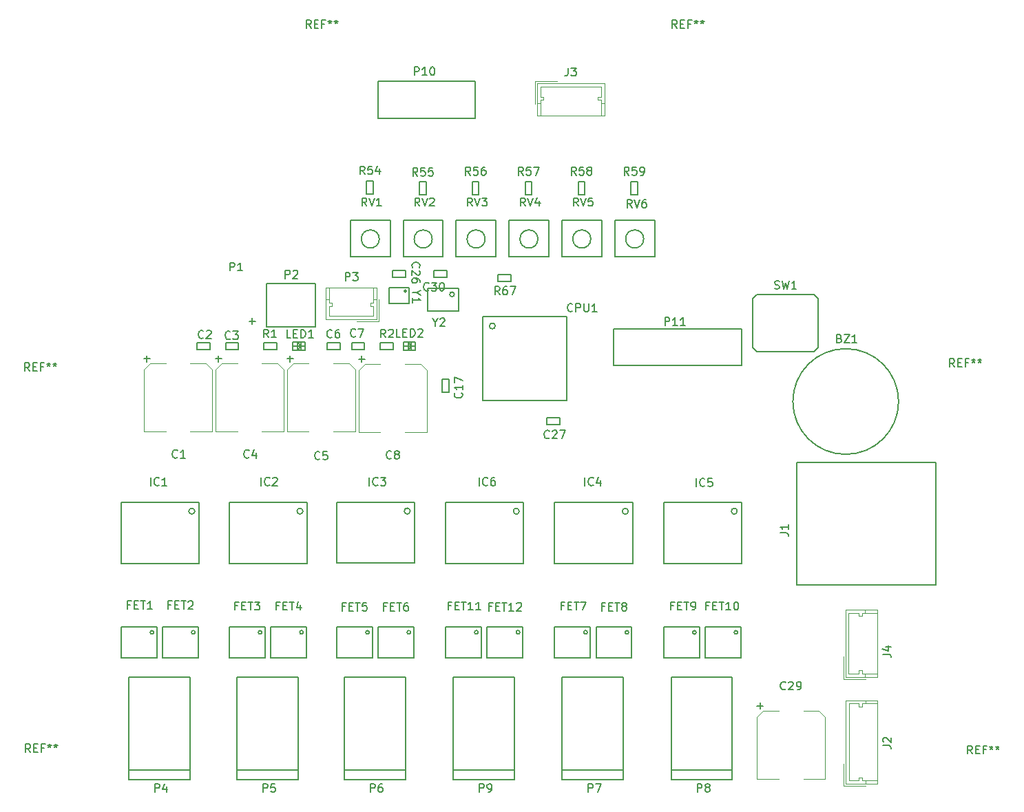
<source format=gbr>
G04 #@! TF.GenerationSoftware,KiCad,Pcbnew,(5.0.0)*
G04 #@! TF.CreationDate,2018-12-20T18:14:16+09:00*
G04 #@! TF.ProjectId,lancer_mainbord_v1,6C616E6365725F6D61696E626F72645F,rev?*
G04 #@! TF.SameCoordinates,Original*
G04 #@! TF.FileFunction,Legend,Top*
G04 #@! TF.FilePolarity,Positive*
%FSLAX46Y46*%
G04 Gerber Fmt 4.6, Leading zero omitted, Abs format (unit mm)*
G04 Created by KiCad (PCBNEW (5.0.0)) date 12/20/18 18:14:16*
%MOMM*%
%LPD*%
G01*
G04 APERTURE LIST*
%ADD10C,0.150000*%
%ADD11C,0.120000*%
G04 APERTURE END LIST*
D10*
G04 #@! TO.C,Y1*
X144525000Y-77275000D02*
X142025000Y-77275000D01*
X142025000Y-77275000D02*
X142025000Y-79275000D01*
X142025000Y-79275000D02*
X144525000Y-79275000D01*
X144525000Y-79275000D02*
X144525000Y-77275000D01*
X144228553Y-77725000D02*
G75*
G03X144228553Y-77725000I-176777J0D01*
G01*
G04 #@! TO.C,SW1*
X187300000Y-78150000D02*
X186800000Y-78650000D01*
X194800000Y-78650000D02*
X194300000Y-78150000D01*
X194300000Y-85150000D02*
X194800000Y-84650000D01*
X187300000Y-85150000D02*
X186800000Y-84650000D01*
X187300000Y-78150000D02*
X194300000Y-78150000D01*
X194800000Y-78650000D02*
X194800000Y-84650000D01*
X186800000Y-84650000D02*
X186800000Y-78650000D01*
X194300000Y-85150000D02*
X187300000Y-85150000D01*
G04 #@! TO.C,P11*
X185400000Y-82400000D02*
X169700000Y-82400000D01*
X169700000Y-82400000D02*
X169700000Y-86900000D01*
X169700000Y-86900000D02*
X185400000Y-86900000D01*
X185400000Y-86900000D02*
X185400000Y-82400000D01*
G04 #@! TO.C,P10*
X140700000Y-56500000D02*
X140700000Y-51900000D01*
X152600000Y-56500000D02*
X140700000Y-56500000D01*
X152600000Y-51900000D02*
X152600000Y-56500000D01*
X140700000Y-51900000D02*
X152600000Y-51900000D01*
G04 #@! TO.C,J1*
X209300000Y-113800000D02*
X209300000Y-113900000D01*
X209300000Y-113900000D02*
X192200000Y-113900000D01*
X192200000Y-113900000D02*
X192200000Y-113800000D01*
X209200000Y-98800000D02*
X192200000Y-98800000D01*
X192200000Y-98800000D02*
X192200000Y-113800000D01*
X209300000Y-113800000D02*
X209300000Y-98800000D01*
X209300000Y-98800000D02*
X209200000Y-98800000D01*
D11*
G04 #@! TO.C,J4*
X198150000Y-125200000D02*
X202100000Y-125200000D01*
X202100000Y-125200000D02*
X202100000Y-116900000D01*
X202100000Y-116900000D02*
X198150000Y-116900000D01*
X198150000Y-116900000D02*
X198150000Y-125200000D01*
X197900000Y-122700000D02*
X197900000Y-125450000D01*
X197900000Y-125450000D02*
X200650000Y-125450000D01*
X200600000Y-125200000D02*
X200600000Y-124800000D01*
X200600000Y-116900000D02*
X200600000Y-117300000D01*
X198550000Y-121050000D02*
X198550000Y-124800000D01*
X198550000Y-124800000D02*
X199800000Y-124800000D01*
X199800000Y-124800000D02*
X199800000Y-124400000D01*
X199800000Y-124400000D02*
X200200000Y-124400000D01*
X200200000Y-124400000D02*
X200200000Y-124800000D01*
X200200000Y-124800000D02*
X202100000Y-124800000D01*
X198550000Y-121050000D02*
X198550000Y-117300000D01*
X198550000Y-117300000D02*
X199800000Y-117300000D01*
X199800000Y-117300000D02*
X199800000Y-117700000D01*
X199800000Y-117700000D02*
X200200000Y-117700000D01*
X200200000Y-117700000D02*
X200200000Y-117300000D01*
X200200000Y-117300000D02*
X202100000Y-117300000D01*
D10*
G04 #@! TO.C,IC5*
X184860555Y-104800000D02*
G75*
G03X184860555Y-104800000I-360555J0D01*
G01*
X185400000Y-103700000D02*
X185400000Y-111200000D01*
X185400000Y-111200000D02*
X175800000Y-111200000D01*
X175800000Y-111200000D02*
X175800000Y-103700000D01*
X175800000Y-103700000D02*
X185400000Y-103700000D01*
G04 #@! TO.C,CPU1*
X155110555Y-82000000D02*
G75*
G03X155110555Y-82000000I-360555J0D01*
G01*
X153600000Y-80850000D02*
X163900000Y-80850000D01*
X153600000Y-80900000D02*
X153600000Y-80850000D01*
X153600000Y-80950000D02*
X153600000Y-80900000D01*
X153600000Y-91150000D02*
X153600000Y-80950000D01*
X163900000Y-91150000D02*
X153600000Y-91150000D01*
X163900000Y-80850000D02*
X163900000Y-91150000D01*
D11*
G04 #@! TO.C,P3*
X140550000Y-81200000D02*
X140550000Y-77250000D01*
X140550000Y-77250000D02*
X134250000Y-77250000D01*
X134250000Y-77250000D02*
X134250000Y-81200000D01*
X134250000Y-81200000D02*
X140550000Y-81200000D01*
X138050000Y-81450000D02*
X140800000Y-81450000D01*
X140800000Y-81450000D02*
X140800000Y-78700000D01*
X140550000Y-78750000D02*
X140150000Y-78750000D01*
X134250000Y-78750000D02*
X134650000Y-78750000D01*
X137400000Y-80800000D02*
X140150000Y-80800000D01*
X140150000Y-80800000D02*
X140150000Y-79550000D01*
X140150000Y-79550000D02*
X139750000Y-79550000D01*
X139750000Y-79550000D02*
X139750000Y-79150000D01*
X139750000Y-79150000D02*
X140150000Y-79150000D01*
X140150000Y-79150000D02*
X140150000Y-77250000D01*
X137400000Y-80800000D02*
X134650000Y-80800000D01*
X134650000Y-80800000D02*
X134650000Y-79550000D01*
X134650000Y-79550000D02*
X135050000Y-79550000D01*
X135050000Y-79550000D02*
X135050000Y-79150000D01*
X135050000Y-79150000D02*
X134650000Y-79150000D01*
X134650000Y-79150000D02*
X134650000Y-77250000D01*
D10*
G04 #@! TO.C,P2*
X133000000Y-82100000D02*
X133000000Y-76800000D01*
X133000000Y-82100000D02*
X127000000Y-82100000D01*
X127000000Y-79500000D02*
X127000000Y-76800000D01*
X127000000Y-76800000D02*
X133000000Y-76800000D01*
X127000000Y-82100000D02*
X127000000Y-79500000D01*
G04 #@! TO.C,LED1*
X131700000Y-84500000D02*
X130200000Y-84500000D01*
X131200000Y-85000000D02*
X131200000Y-84000000D01*
X130800000Y-84000000D02*
X130800000Y-85000000D01*
X131200000Y-84500000D02*
X130800000Y-84000000D01*
X130800000Y-85000000D02*
X131200000Y-84500000D01*
X131700000Y-84000000D02*
X131700000Y-85000000D01*
X130200000Y-84000000D02*
X131700000Y-84000000D01*
X130200000Y-85000000D02*
X130200000Y-84000000D01*
X131700000Y-85000000D02*
X130200000Y-85000000D01*
G04 #@! TO.C,LED2*
X145300000Y-84500000D02*
X143800000Y-84500000D01*
X144800000Y-85000000D02*
X144800000Y-84000000D01*
X144400000Y-84000000D02*
X144400000Y-85000000D01*
X144800000Y-84500000D02*
X144400000Y-84000000D01*
X144400000Y-85000000D02*
X144800000Y-84500000D01*
X145300000Y-84000000D02*
X145300000Y-85000000D01*
X143800000Y-84000000D02*
X145300000Y-84000000D01*
X143800000Y-85000000D02*
X143800000Y-84000000D01*
X145300000Y-85000000D02*
X143800000Y-85000000D01*
G04 #@! TO.C,C17*
X148600000Y-88550000D02*
X148600000Y-90150000D01*
X149400000Y-88550000D02*
X148600000Y-88550000D01*
X149400000Y-88550000D02*
X149400000Y-90150000D01*
X149400000Y-90150000D02*
X148600000Y-90150000D01*
G04 #@! TO.C,BZ1*
X204700000Y-91300000D02*
G75*
G03X204700000Y-91300000I-6500000J0D01*
G01*
G04 #@! TO.C,C2*
X118450000Y-84900000D02*
X120050000Y-84900000D01*
X118450000Y-84100000D02*
X118450000Y-84900000D01*
X118450000Y-84100000D02*
X120050000Y-84100000D01*
X120050000Y-84100000D02*
X120050000Y-84900000D01*
G04 #@! TO.C,C3*
X123550000Y-84100000D02*
X121950000Y-84100000D01*
X123550000Y-84900000D02*
X123550000Y-84100000D01*
X123550000Y-84900000D02*
X121950000Y-84900000D01*
X121950000Y-84900000D02*
X121950000Y-84100000D01*
G04 #@! TO.C,C6*
X134450000Y-84900000D02*
X136050000Y-84900000D01*
X134450000Y-84100000D02*
X134450000Y-84900000D01*
X134450000Y-84100000D02*
X136050000Y-84100000D01*
X136050000Y-84100000D02*
X136050000Y-84900000D01*
G04 #@! TO.C,C7*
X139050000Y-84100000D02*
X137450000Y-84100000D01*
X139050000Y-84900000D02*
X139050000Y-84100000D01*
X139050000Y-84900000D02*
X137450000Y-84900000D01*
X137450000Y-84900000D02*
X137450000Y-84100000D01*
G04 #@! TO.C,FET1*
X113500000Y-119000000D02*
X113400000Y-119000000D01*
X109100000Y-119000000D02*
X113500000Y-119000000D01*
X109100000Y-122800000D02*
X109100000Y-119000000D01*
X113500000Y-122800000D02*
X109100000Y-122800000D01*
X113500000Y-122800000D02*
X113500000Y-119000000D01*
X113123607Y-119700000D02*
G75*
G03X113123607Y-119700000I-223607J0D01*
G01*
G04 #@! TO.C,FET2*
X118600000Y-119000000D02*
X118500000Y-119000000D01*
X114200000Y-119000000D02*
X118600000Y-119000000D01*
X114200000Y-122800000D02*
X114200000Y-119000000D01*
X118600000Y-122800000D02*
X114200000Y-122800000D01*
X118600000Y-122800000D02*
X118600000Y-119000000D01*
X118223607Y-119700000D02*
G75*
G03X118223607Y-119700000I-223607J0D01*
G01*
G04 #@! TO.C,FET3*
X126800000Y-119000000D02*
X126700000Y-119000000D01*
X122400000Y-119000000D02*
X126800000Y-119000000D01*
X122400000Y-122800000D02*
X122400000Y-119000000D01*
X126800000Y-122800000D02*
X122400000Y-122800000D01*
X126800000Y-122800000D02*
X126800000Y-119000000D01*
X126423607Y-119700000D02*
G75*
G03X126423607Y-119700000I-223607J0D01*
G01*
G04 #@! TO.C,FET4*
X131900000Y-119000000D02*
X131800000Y-119000000D01*
X127500000Y-119000000D02*
X131900000Y-119000000D01*
X127500000Y-122800000D02*
X127500000Y-119000000D01*
X131900000Y-122800000D02*
X127500000Y-122800000D01*
X131900000Y-122800000D02*
X131900000Y-119000000D01*
X131523607Y-119700000D02*
G75*
G03X131523607Y-119700000I-223607J0D01*
G01*
G04 #@! TO.C,FET5*
X140000000Y-119000000D02*
X139900000Y-119000000D01*
X135600000Y-119000000D02*
X140000000Y-119000000D01*
X135600000Y-122800000D02*
X135600000Y-119000000D01*
X140000000Y-122800000D02*
X135600000Y-122800000D01*
X140000000Y-122800000D02*
X140000000Y-119000000D01*
X139623607Y-119700000D02*
G75*
G03X139623607Y-119700000I-223607J0D01*
G01*
G04 #@! TO.C,FET6*
X145100000Y-119000000D02*
X145000000Y-119000000D01*
X140700000Y-119000000D02*
X145100000Y-119000000D01*
X140700000Y-122800000D02*
X140700000Y-119000000D01*
X145100000Y-122800000D02*
X140700000Y-122800000D01*
X145100000Y-122800000D02*
X145100000Y-119000000D01*
X144723607Y-119700000D02*
G75*
G03X144723607Y-119700000I-223607J0D01*
G01*
G04 #@! TO.C,FET7*
X166800000Y-119000000D02*
X166700000Y-119000000D01*
X162400000Y-119000000D02*
X166800000Y-119000000D01*
X162400000Y-122800000D02*
X162400000Y-119000000D01*
X166800000Y-122800000D02*
X162400000Y-122800000D01*
X166800000Y-122800000D02*
X166800000Y-119000000D01*
X166423607Y-119700000D02*
G75*
G03X166423607Y-119700000I-223607J0D01*
G01*
G04 #@! TO.C,FET8*
X171900000Y-119000000D02*
X171800000Y-119000000D01*
X167500000Y-119000000D02*
X171900000Y-119000000D01*
X167500000Y-122800000D02*
X167500000Y-119000000D01*
X171900000Y-122800000D02*
X167500000Y-122800000D01*
X171900000Y-122800000D02*
X171900000Y-119000000D01*
X171523607Y-119700000D02*
G75*
G03X171523607Y-119700000I-223607J0D01*
G01*
G04 #@! TO.C,FET9*
X180200000Y-119000000D02*
X180100000Y-119000000D01*
X175800000Y-119000000D02*
X180200000Y-119000000D01*
X175800000Y-122800000D02*
X175800000Y-119000000D01*
X180200000Y-122800000D02*
X175800000Y-122800000D01*
X180200000Y-122800000D02*
X180200000Y-119000000D01*
X179823607Y-119700000D02*
G75*
G03X179823607Y-119700000I-223607J0D01*
G01*
G04 #@! TO.C,FET10*
X185300000Y-119000000D02*
X185200000Y-119000000D01*
X180900000Y-119000000D02*
X185300000Y-119000000D01*
X180900000Y-122800000D02*
X180900000Y-119000000D01*
X185300000Y-122800000D02*
X180900000Y-122800000D01*
X185300000Y-122800000D02*
X185300000Y-119000000D01*
X184923607Y-119700000D02*
G75*
G03X184923607Y-119700000I-223607J0D01*
G01*
G04 #@! TO.C,FET11*
X153400000Y-119000000D02*
X153300000Y-119000000D01*
X149000000Y-119000000D02*
X153400000Y-119000000D01*
X149000000Y-122800000D02*
X149000000Y-119000000D01*
X153400000Y-122800000D02*
X149000000Y-122800000D01*
X153400000Y-122800000D02*
X153400000Y-119000000D01*
X153023607Y-119700000D02*
G75*
G03X153023607Y-119700000I-223607J0D01*
G01*
G04 #@! TO.C,FET12*
X158500000Y-119000000D02*
X158400000Y-119000000D01*
X154100000Y-119000000D02*
X158500000Y-119000000D01*
X154100000Y-122800000D02*
X154100000Y-119000000D01*
X158500000Y-122800000D02*
X154100000Y-122800000D01*
X158500000Y-122800000D02*
X158500000Y-119000000D01*
X158123607Y-119700000D02*
G75*
G03X158123607Y-119700000I-223607J0D01*
G01*
G04 #@! TO.C,IC1*
X118160555Y-104800000D02*
G75*
G03X118160555Y-104800000I-360555J0D01*
G01*
X118700000Y-103700000D02*
X118700000Y-111200000D01*
X118700000Y-111200000D02*
X109100000Y-111200000D01*
X109100000Y-111200000D02*
X109100000Y-103700000D01*
X109100000Y-103700000D02*
X118700000Y-103700000D01*
G04 #@! TO.C,IC2*
X131460555Y-104800000D02*
G75*
G03X131460555Y-104800000I-360555J0D01*
G01*
X132000000Y-103700000D02*
X132000000Y-111200000D01*
X132000000Y-111200000D02*
X122400000Y-111200000D01*
X122400000Y-111200000D02*
X122400000Y-103700000D01*
X122400000Y-103700000D02*
X132000000Y-103700000D01*
G04 #@! TO.C,IC3*
X144650555Y-104780000D02*
G75*
G03X144650555Y-104780000I-360555J0D01*
G01*
X145190000Y-103680000D02*
X145190000Y-111180000D01*
X145190000Y-111180000D02*
X135590000Y-111180000D01*
X135590000Y-111180000D02*
X135590000Y-103680000D01*
X135590000Y-103680000D02*
X145190000Y-103680000D01*
G04 #@! TO.C,IC4*
X171460555Y-104800000D02*
G75*
G03X171460555Y-104800000I-360555J0D01*
G01*
X172000000Y-103700000D02*
X172000000Y-111200000D01*
X172000000Y-111200000D02*
X162400000Y-111200000D01*
X162400000Y-111200000D02*
X162400000Y-103700000D01*
X162400000Y-103700000D02*
X172000000Y-103700000D01*
G04 #@! TO.C,IC6*
X158060555Y-104800000D02*
G75*
G03X158060555Y-104800000I-360555J0D01*
G01*
X158600000Y-103700000D02*
X158600000Y-111200000D01*
X158600000Y-111200000D02*
X149000000Y-111200000D01*
X149000000Y-111200000D02*
X149000000Y-103700000D01*
X149000000Y-103700000D02*
X158600000Y-103700000D01*
G04 #@! TO.C,R1*
X126650000Y-84100000D02*
X128250000Y-84100000D01*
X126650000Y-84100000D02*
X126650000Y-84900000D01*
X126650000Y-84900000D02*
X128250000Y-84900000D01*
X128250000Y-84100000D02*
X128250000Y-84900000D01*
G04 #@! TO.C,R2*
X140950000Y-84100000D02*
X142550000Y-84100000D01*
X140950000Y-84100000D02*
X140950000Y-84900000D01*
X140950000Y-84900000D02*
X142550000Y-84900000D01*
X142550000Y-84100000D02*
X142550000Y-84900000D01*
G04 #@! TO.C,R54*
X140100000Y-64150000D02*
X140100000Y-65750000D01*
X140100000Y-64150000D02*
X139300000Y-64150000D01*
X139300000Y-64150000D02*
X139300000Y-65750000D01*
X140100000Y-65750000D02*
X139300000Y-65750000D01*
G04 #@! TO.C,R55*
X146600000Y-64250000D02*
X146600000Y-65850000D01*
X146600000Y-64250000D02*
X145800000Y-64250000D01*
X145800000Y-64250000D02*
X145800000Y-65850000D01*
X146600000Y-65850000D02*
X145800000Y-65850000D01*
G04 #@! TO.C,R56*
X153100000Y-64250000D02*
X153100000Y-65850000D01*
X153100000Y-64250000D02*
X152300000Y-64250000D01*
X152300000Y-64250000D02*
X152300000Y-65850000D01*
X153100000Y-65850000D02*
X152300000Y-65850000D01*
G04 #@! TO.C,R57*
X159600000Y-64250000D02*
X159600000Y-65850000D01*
X159600000Y-64250000D02*
X158800000Y-64250000D01*
X158800000Y-64250000D02*
X158800000Y-65850000D01*
X159600000Y-65850000D02*
X158800000Y-65850000D01*
G04 #@! TO.C,R58*
X166100000Y-64250000D02*
X166100000Y-65850000D01*
X166100000Y-64250000D02*
X165300000Y-64250000D01*
X165300000Y-64250000D02*
X165300000Y-65850000D01*
X166100000Y-65850000D02*
X165300000Y-65850000D01*
G04 #@! TO.C,R59*
X172600000Y-64250000D02*
X172600000Y-65850000D01*
X172600000Y-64250000D02*
X171800000Y-64250000D01*
X171800000Y-64250000D02*
X171800000Y-65850000D01*
X172600000Y-65850000D02*
X171800000Y-65850000D01*
G04 #@! TO.C,RV1*
X140856797Y-71300000D02*
G75*
G03X140856797Y-71300000I-1106797J0D01*
G01*
X142200000Y-73500000D02*
X137300000Y-73500000D01*
X137300000Y-69000000D02*
X142200000Y-69000000D01*
X137300000Y-69000000D02*
X137300000Y-73500000D01*
X142200000Y-69000000D02*
X142200000Y-73500000D01*
G04 #@! TO.C,RV2*
X147356797Y-71300000D02*
G75*
G03X147356797Y-71300000I-1106797J0D01*
G01*
X148700000Y-73500000D02*
X143800000Y-73500000D01*
X143800000Y-69000000D02*
X148700000Y-69000000D01*
X143800000Y-69000000D02*
X143800000Y-73500000D01*
X148700000Y-69000000D02*
X148700000Y-73500000D01*
G04 #@! TO.C,RV3*
X153856797Y-71300000D02*
G75*
G03X153856797Y-71300000I-1106797J0D01*
G01*
X155200000Y-73500000D02*
X150300000Y-73500000D01*
X150300000Y-69000000D02*
X155200000Y-69000000D01*
X150300000Y-69000000D02*
X150300000Y-73500000D01*
X155200000Y-69000000D02*
X155200000Y-73500000D01*
G04 #@! TO.C,RV4*
X160356797Y-71300000D02*
G75*
G03X160356797Y-71300000I-1106797J0D01*
G01*
X161700000Y-73500000D02*
X156800000Y-73500000D01*
X156800000Y-69000000D02*
X161700000Y-69000000D01*
X156800000Y-69000000D02*
X156800000Y-73500000D01*
X161700000Y-69000000D02*
X161700000Y-73500000D01*
G04 #@! TO.C,RV5*
X166856797Y-71300000D02*
G75*
G03X166856797Y-71300000I-1106797J0D01*
G01*
X168200000Y-73500000D02*
X163300000Y-73500000D01*
X163300000Y-69000000D02*
X168200000Y-69000000D01*
X163300000Y-69000000D02*
X163300000Y-73500000D01*
X168200000Y-69000000D02*
X168200000Y-73500000D01*
G04 #@! TO.C,RV6*
X173356797Y-71300000D02*
G75*
G03X173356797Y-71300000I-1106797J0D01*
G01*
X174700000Y-73500000D02*
X169800000Y-73500000D01*
X169800000Y-69000000D02*
X174700000Y-69000000D01*
X169800000Y-69000000D02*
X169800000Y-73500000D01*
X174700000Y-69000000D02*
X174700000Y-73500000D01*
G04 #@! TO.C,P4*
X117550000Y-137800000D02*
X110050000Y-137800000D01*
X117550000Y-125200000D02*
X110050000Y-125200000D01*
X110050000Y-137800000D02*
X110050000Y-125800000D01*
X110050000Y-125800000D02*
X110050000Y-125200000D01*
X117550000Y-125800000D02*
X117550000Y-125200000D01*
X117550000Y-137800000D02*
X117550000Y-125800000D01*
X117550000Y-136650000D02*
X110050000Y-136650000D01*
G04 #@! TO.C,P5*
X130850000Y-137800000D02*
X123350000Y-137800000D01*
X130850000Y-125200000D02*
X123350000Y-125200000D01*
X123350000Y-137800000D02*
X123350000Y-125800000D01*
X123350000Y-125800000D02*
X123350000Y-125200000D01*
X130850000Y-125800000D02*
X130850000Y-125200000D01*
X130850000Y-137800000D02*
X130850000Y-125800000D01*
X130850000Y-136650000D02*
X123350000Y-136650000D01*
G04 #@! TO.C,P6*
X144050000Y-137800000D02*
X136550000Y-137800000D01*
X144050000Y-125200000D02*
X136550000Y-125200000D01*
X136550000Y-137800000D02*
X136550000Y-125800000D01*
X136550000Y-125800000D02*
X136550000Y-125200000D01*
X144050000Y-125800000D02*
X144050000Y-125200000D01*
X144050000Y-137800000D02*
X144050000Y-125800000D01*
X144050000Y-136650000D02*
X136550000Y-136650000D01*
G04 #@! TO.C,P7*
X170850000Y-137800000D02*
X163350000Y-137800000D01*
X170850000Y-125200000D02*
X163350000Y-125200000D01*
X163350000Y-137800000D02*
X163350000Y-125800000D01*
X163350000Y-125800000D02*
X163350000Y-125200000D01*
X170850000Y-125800000D02*
X170850000Y-125200000D01*
X170850000Y-137800000D02*
X170850000Y-125800000D01*
X170850000Y-136650000D02*
X163350000Y-136650000D01*
G04 #@! TO.C,P8*
X184250000Y-137800000D02*
X176750000Y-137800000D01*
X184250000Y-125200000D02*
X176750000Y-125200000D01*
X176750000Y-137800000D02*
X176750000Y-125800000D01*
X176750000Y-125800000D02*
X176750000Y-125200000D01*
X184250000Y-125800000D02*
X184250000Y-125200000D01*
X184250000Y-137800000D02*
X184250000Y-125800000D01*
X184250000Y-136650000D02*
X176750000Y-136650000D01*
G04 #@! TO.C,P9*
X157450000Y-137800000D02*
X149950000Y-137800000D01*
X157450000Y-125200000D02*
X149950000Y-125200000D01*
X149950000Y-137800000D02*
X149950000Y-125800000D01*
X149950000Y-125800000D02*
X149950000Y-125200000D01*
X157450000Y-125800000D02*
X157450000Y-125200000D01*
X157450000Y-137800000D02*
X157450000Y-125800000D01*
X157450000Y-136650000D02*
X149950000Y-136650000D01*
D11*
G04 #@! TO.C,J2*
X198175000Y-138350000D02*
X202125000Y-138350000D01*
X202125000Y-138350000D02*
X202125000Y-128050000D01*
X202125000Y-128050000D02*
X198175000Y-128050000D01*
X198175000Y-128050000D02*
X198175000Y-138350000D01*
X197925000Y-135850000D02*
X197925000Y-138600000D01*
X197925000Y-138600000D02*
X200675000Y-138600000D01*
X200625000Y-138350000D02*
X200625000Y-137950000D01*
X200625000Y-128050000D02*
X200625000Y-128450000D01*
X198575000Y-133200000D02*
X198575000Y-137950000D01*
X198575000Y-137950000D02*
X199825000Y-137950000D01*
X199825000Y-137950000D02*
X199825000Y-137550000D01*
X199825000Y-137550000D02*
X200225000Y-137550000D01*
X200225000Y-137550000D02*
X200225000Y-137950000D01*
X200225000Y-137950000D02*
X202125000Y-137950000D01*
X198575000Y-133200000D02*
X198575000Y-128450000D01*
X198575000Y-128450000D02*
X199825000Y-128450000D01*
X199825000Y-128450000D02*
X199825000Y-128850000D01*
X199825000Y-128850000D02*
X200225000Y-128850000D01*
X200225000Y-128850000D02*
X200225000Y-128450000D01*
X200225000Y-128450000D02*
X202125000Y-128450000D01*
G04 #@! TO.C,J3*
X160250000Y-52150000D02*
X160250000Y-56100000D01*
X160250000Y-56100000D02*
X168550000Y-56100000D01*
X168550000Y-56100000D02*
X168550000Y-52150000D01*
X168550000Y-52150000D02*
X160250000Y-52150000D01*
X162750000Y-51900000D02*
X160000000Y-51900000D01*
X160000000Y-51900000D02*
X160000000Y-54650000D01*
X160250000Y-54600000D02*
X160650000Y-54600000D01*
X168550000Y-54600000D02*
X168150000Y-54600000D01*
X164400000Y-52550000D02*
X160650000Y-52550000D01*
X160650000Y-52550000D02*
X160650000Y-53800000D01*
X160650000Y-53800000D02*
X161050000Y-53800000D01*
X161050000Y-53800000D02*
X161050000Y-54200000D01*
X161050000Y-54200000D02*
X160650000Y-54200000D01*
X160650000Y-54200000D02*
X160650000Y-56100000D01*
X164400000Y-52550000D02*
X168150000Y-52550000D01*
X168150000Y-52550000D02*
X168150000Y-53800000D01*
X168150000Y-53800000D02*
X167750000Y-53800000D01*
X167750000Y-53800000D02*
X167750000Y-54200000D01*
X167750000Y-54200000D02*
X168150000Y-54200000D01*
X168150000Y-54200000D02*
X168150000Y-56100000D01*
D10*
G04 #@! TO.C,C27*
X161450000Y-94100000D02*
X163050000Y-94100000D01*
X161450000Y-93300000D02*
X161450000Y-94100000D01*
X161450000Y-93300000D02*
X163050000Y-93300000D01*
X163050000Y-93300000D02*
X163050000Y-94100000D01*
G04 #@! TO.C,R67*
X157050000Y-76500000D02*
X155450000Y-76500000D01*
X157050000Y-76500000D02*
X157050000Y-75700000D01*
X157050000Y-75700000D02*
X155450000Y-75700000D01*
X155450000Y-76500000D02*
X155450000Y-75700000D01*
D11*
G04 #@! TO.C,C1*
X111910000Y-94990000D02*
X114590000Y-94990000D01*
X120290000Y-94990000D02*
X117610000Y-94990000D01*
X119530000Y-86610000D02*
X117610000Y-86610000D01*
X112670000Y-86610000D02*
X114590000Y-86610000D01*
X111910000Y-94990000D02*
X111910000Y-87370000D01*
X111910000Y-87370000D02*
X112670000Y-86610000D01*
X119530000Y-86610000D02*
X120290000Y-87370000D01*
X120290000Y-87370000D02*
X120290000Y-94990000D01*
G04 #@! TO.C,C4*
X120710000Y-94990000D02*
X123390000Y-94990000D01*
X129090000Y-94990000D02*
X126410000Y-94990000D01*
X128330000Y-86610000D02*
X126410000Y-86610000D01*
X121470000Y-86610000D02*
X123390000Y-86610000D01*
X120710000Y-94990000D02*
X120710000Y-87370000D01*
X120710000Y-87370000D02*
X121470000Y-86610000D01*
X128330000Y-86610000D02*
X129090000Y-87370000D01*
X129090000Y-87370000D02*
X129090000Y-94990000D01*
G04 #@! TO.C,C5*
X129510000Y-94990000D02*
X132190000Y-94990000D01*
X137890000Y-94990000D02*
X135210000Y-94990000D01*
X137130000Y-86610000D02*
X135210000Y-86610000D01*
X130270000Y-86610000D02*
X132190000Y-86610000D01*
X129510000Y-94990000D02*
X129510000Y-87370000D01*
X129510000Y-87370000D02*
X130270000Y-86610000D01*
X137130000Y-86610000D02*
X137890000Y-87370000D01*
X137890000Y-87370000D02*
X137890000Y-94990000D01*
G04 #@! TO.C,C8*
X138310000Y-95040000D02*
X140990000Y-95040000D01*
X146690000Y-95040000D02*
X144010000Y-95040000D01*
X145930000Y-86660000D02*
X144010000Y-86660000D01*
X139070000Y-86660000D02*
X140990000Y-86660000D01*
X138310000Y-95040000D02*
X138310000Y-87420000D01*
X138310000Y-87420000D02*
X139070000Y-86660000D01*
X145930000Y-86660000D02*
X146690000Y-87420000D01*
X146690000Y-87420000D02*
X146690000Y-95040000D01*
D10*
G04 #@! TO.C,C26*
X144050000Y-75200000D02*
X142450000Y-75200000D01*
X144050000Y-76000000D02*
X144050000Y-75200000D01*
X144050000Y-76000000D02*
X142450000Y-76000000D01*
X142450000Y-76000000D02*
X142450000Y-75200000D01*
D11*
G04 #@! TO.C,C29*
X187310000Y-137715000D02*
X189990000Y-137715000D01*
X195690000Y-137715000D02*
X193010000Y-137715000D01*
X194930000Y-129335000D02*
X193010000Y-129335000D01*
X188070000Y-129335000D02*
X189990000Y-129335000D01*
X187310000Y-137715000D02*
X187310000Y-130095000D01*
X187310000Y-130095000D02*
X188070000Y-129335000D01*
X194930000Y-129335000D02*
X195690000Y-130095000D01*
X195690000Y-130095000D02*
X195690000Y-137715000D01*
D10*
G04 #@! TO.C,C30*
X149150000Y-75200000D02*
X147550000Y-75200000D01*
X149150000Y-76000000D02*
X149150000Y-75200000D01*
X149150000Y-76000000D02*
X147550000Y-76000000D01*
X147550000Y-76000000D02*
X147550000Y-75200000D01*
G04 #@! TO.C,Y2*
X150082843Y-78100000D02*
G75*
G03X150082843Y-78100000I-282843J0D01*
G01*
X150600000Y-80200000D02*
X150500000Y-80200000D01*
X150600000Y-77400000D02*
X150600000Y-80200000D01*
X146800000Y-77400000D02*
X150600000Y-77400000D01*
X146800000Y-80200000D02*
X146800000Y-77400000D01*
X150500000Y-80200000D02*
X146800000Y-80200000D01*
G04 #@! TO.C,Y1*
X145423809Y-77923809D02*
X144947619Y-77923809D01*
X145947619Y-77590476D02*
X145423809Y-77923809D01*
X145947619Y-78257142D01*
X144947619Y-79114285D02*
X144947619Y-78542857D01*
X144947619Y-78828571D02*
X145947619Y-78828571D01*
X145804761Y-78733333D01*
X145709523Y-78638095D01*
X145661904Y-78542857D01*
G04 #@! TO.C,SW1*
X189466666Y-77404761D02*
X189609523Y-77452380D01*
X189847619Y-77452380D01*
X189942857Y-77404761D01*
X189990476Y-77357142D01*
X190038095Y-77261904D01*
X190038095Y-77166666D01*
X189990476Y-77071428D01*
X189942857Y-77023809D01*
X189847619Y-76976190D01*
X189657142Y-76928571D01*
X189561904Y-76880952D01*
X189514285Y-76833333D01*
X189466666Y-76738095D01*
X189466666Y-76642857D01*
X189514285Y-76547619D01*
X189561904Y-76500000D01*
X189657142Y-76452380D01*
X189895238Y-76452380D01*
X190038095Y-76500000D01*
X190371428Y-76452380D02*
X190609523Y-77452380D01*
X190800000Y-76738095D01*
X190990476Y-77452380D01*
X191228571Y-76452380D01*
X192133333Y-77452380D02*
X191561904Y-77452380D01*
X191847619Y-77452380D02*
X191847619Y-76452380D01*
X191752380Y-76595238D01*
X191657142Y-76690476D01*
X191561904Y-76738095D01*
G04 #@! TO.C,P11*
X175985714Y-81952380D02*
X175985714Y-80952380D01*
X176366666Y-80952380D01*
X176461904Y-81000000D01*
X176509523Y-81047619D01*
X176557142Y-81142857D01*
X176557142Y-81285714D01*
X176509523Y-81380952D01*
X176461904Y-81428571D01*
X176366666Y-81476190D01*
X175985714Y-81476190D01*
X177509523Y-81952380D02*
X176938095Y-81952380D01*
X177223809Y-81952380D02*
X177223809Y-80952380D01*
X177128571Y-81095238D01*
X177033333Y-81190476D01*
X176938095Y-81238095D01*
X178461904Y-81952380D02*
X177890476Y-81952380D01*
X178176190Y-81952380D02*
X178176190Y-80952380D01*
X178080952Y-81095238D01*
X177985714Y-81190476D01*
X177890476Y-81238095D01*
G04 #@! TO.C,P10*
X145185714Y-51152380D02*
X145185714Y-50152380D01*
X145566666Y-50152380D01*
X145661904Y-50200000D01*
X145709523Y-50247619D01*
X145757142Y-50342857D01*
X145757142Y-50485714D01*
X145709523Y-50580952D01*
X145661904Y-50628571D01*
X145566666Y-50676190D01*
X145185714Y-50676190D01*
X146709523Y-51152380D02*
X146138095Y-51152380D01*
X146423809Y-51152380D02*
X146423809Y-50152380D01*
X146328571Y-50295238D01*
X146233333Y-50390476D01*
X146138095Y-50438095D01*
X147328571Y-50152380D02*
X147423809Y-50152380D01*
X147519047Y-50200000D01*
X147566666Y-50247619D01*
X147614285Y-50342857D01*
X147661904Y-50533333D01*
X147661904Y-50771428D01*
X147614285Y-50961904D01*
X147566666Y-51057142D01*
X147519047Y-51104761D01*
X147423809Y-51152380D01*
X147328571Y-51152380D01*
X147233333Y-51104761D01*
X147185714Y-51057142D01*
X147138095Y-50961904D01*
X147090476Y-50771428D01*
X147090476Y-50533333D01*
X147138095Y-50342857D01*
X147185714Y-50247619D01*
X147233333Y-50200000D01*
X147328571Y-50152380D01*
G04 #@! TO.C,J1*
X190152380Y-107433333D02*
X190866666Y-107433333D01*
X191009523Y-107480952D01*
X191104761Y-107576190D01*
X191152380Y-107719047D01*
X191152380Y-107814285D01*
X191152380Y-106433333D02*
X191152380Y-107004761D01*
X191152380Y-106719047D02*
X190152380Y-106719047D01*
X190295238Y-106814285D01*
X190390476Y-106909523D01*
X190438095Y-107004761D01*
G04 #@! TO.C,J4*
X202752380Y-122383333D02*
X203466666Y-122383333D01*
X203609523Y-122430952D01*
X203704761Y-122526190D01*
X203752380Y-122669047D01*
X203752380Y-122764285D01*
X203085714Y-121478571D02*
X203752380Y-121478571D01*
X202704761Y-121716666D02*
X203419047Y-121954761D01*
X203419047Y-121335714D01*
G04 #@! TO.C,IC5*
X179823809Y-101752380D02*
X179823809Y-100752380D01*
X180871428Y-101657142D02*
X180823809Y-101704761D01*
X180680952Y-101752380D01*
X180585714Y-101752380D01*
X180442857Y-101704761D01*
X180347619Y-101609523D01*
X180300000Y-101514285D01*
X180252380Y-101323809D01*
X180252380Y-101180952D01*
X180300000Y-100990476D01*
X180347619Y-100895238D01*
X180442857Y-100800000D01*
X180585714Y-100752380D01*
X180680952Y-100752380D01*
X180823809Y-100800000D01*
X180871428Y-100847619D01*
X181776190Y-100752380D02*
X181300000Y-100752380D01*
X181252380Y-101228571D01*
X181300000Y-101180952D01*
X181395238Y-101133333D01*
X181633333Y-101133333D01*
X181728571Y-101180952D01*
X181776190Y-101228571D01*
X181823809Y-101323809D01*
X181823809Y-101561904D01*
X181776190Y-101657142D01*
X181728571Y-101704761D01*
X181633333Y-101752380D01*
X181395238Y-101752380D01*
X181300000Y-101704761D01*
X181252380Y-101657142D01*
G04 #@! TO.C,CPU1*
X164609523Y-80157142D02*
X164561904Y-80204761D01*
X164419047Y-80252380D01*
X164323809Y-80252380D01*
X164180952Y-80204761D01*
X164085714Y-80109523D01*
X164038095Y-80014285D01*
X163990476Y-79823809D01*
X163990476Y-79680952D01*
X164038095Y-79490476D01*
X164085714Y-79395238D01*
X164180952Y-79300000D01*
X164323809Y-79252380D01*
X164419047Y-79252380D01*
X164561904Y-79300000D01*
X164609523Y-79347619D01*
X165038095Y-80252380D02*
X165038095Y-79252380D01*
X165419047Y-79252380D01*
X165514285Y-79300000D01*
X165561904Y-79347619D01*
X165609523Y-79442857D01*
X165609523Y-79585714D01*
X165561904Y-79680952D01*
X165514285Y-79728571D01*
X165419047Y-79776190D01*
X165038095Y-79776190D01*
X166038095Y-79252380D02*
X166038095Y-80061904D01*
X166085714Y-80157142D01*
X166133333Y-80204761D01*
X166228571Y-80252380D01*
X166419047Y-80252380D01*
X166514285Y-80204761D01*
X166561904Y-80157142D01*
X166609523Y-80061904D01*
X166609523Y-79252380D01*
X167609523Y-80252380D02*
X167038095Y-80252380D01*
X167323809Y-80252380D02*
X167323809Y-79252380D01*
X167228571Y-79395238D01*
X167133333Y-79490476D01*
X167038095Y-79538095D01*
G04 #@! TO.C,P3*
X136686904Y-76427380D02*
X136686904Y-75427380D01*
X137067857Y-75427380D01*
X137163095Y-75475000D01*
X137210714Y-75522619D01*
X137258333Y-75617857D01*
X137258333Y-75760714D01*
X137210714Y-75855952D01*
X137163095Y-75903571D01*
X137067857Y-75951190D01*
X136686904Y-75951190D01*
X137591666Y-75427380D02*
X138210714Y-75427380D01*
X137877380Y-75808333D01*
X138020238Y-75808333D01*
X138115476Y-75855952D01*
X138163095Y-75903571D01*
X138210714Y-75998809D01*
X138210714Y-76236904D01*
X138163095Y-76332142D01*
X138115476Y-76379761D01*
X138020238Y-76427380D01*
X137734523Y-76427380D01*
X137639285Y-76379761D01*
X137591666Y-76332142D01*
G04 #@! TO.C,P2*
X129311904Y-76152380D02*
X129311904Y-75152380D01*
X129692857Y-75152380D01*
X129788095Y-75200000D01*
X129835714Y-75247619D01*
X129883333Y-75342857D01*
X129883333Y-75485714D01*
X129835714Y-75580952D01*
X129788095Y-75628571D01*
X129692857Y-75676190D01*
X129311904Y-75676190D01*
X130264285Y-75247619D02*
X130311904Y-75200000D01*
X130407142Y-75152380D01*
X130645238Y-75152380D01*
X130740476Y-75200000D01*
X130788095Y-75247619D01*
X130835714Y-75342857D01*
X130835714Y-75438095D01*
X130788095Y-75580952D01*
X130216666Y-76152380D01*
X130835714Y-76152380D01*
G04 #@! TO.C,P1*
X122511904Y-75202380D02*
X122511904Y-74202380D01*
X122892857Y-74202380D01*
X122988095Y-74250000D01*
X123035714Y-74297619D01*
X123083333Y-74392857D01*
X123083333Y-74535714D01*
X123035714Y-74630952D01*
X122988095Y-74678571D01*
X122892857Y-74726190D01*
X122511904Y-74726190D01*
X124035714Y-75202380D02*
X123464285Y-75202380D01*
X123750000Y-75202380D02*
X123750000Y-74202380D01*
X123654761Y-74345238D01*
X123559523Y-74440476D01*
X123464285Y-74488095D01*
X124869047Y-81421428D02*
X125630952Y-81421428D01*
X125250000Y-81802380D02*
X125250000Y-81040476D01*
G04 #@! TO.C,LED1*
X129980952Y-83452380D02*
X129504761Y-83452380D01*
X129504761Y-82452380D01*
X130314285Y-82928571D02*
X130647619Y-82928571D01*
X130790476Y-83452380D02*
X130314285Y-83452380D01*
X130314285Y-82452380D01*
X130790476Y-82452380D01*
X131219047Y-83452380D02*
X131219047Y-82452380D01*
X131457142Y-82452380D01*
X131600000Y-82500000D01*
X131695238Y-82595238D01*
X131742857Y-82690476D01*
X131790476Y-82880952D01*
X131790476Y-83023809D01*
X131742857Y-83214285D01*
X131695238Y-83309523D01*
X131600000Y-83404761D01*
X131457142Y-83452380D01*
X131219047Y-83452380D01*
X132742857Y-83452380D02*
X132171428Y-83452380D01*
X132457142Y-83452380D02*
X132457142Y-82452380D01*
X132361904Y-82595238D01*
X132266666Y-82690476D01*
X132171428Y-82738095D01*
G04 #@! TO.C,LED2*
X143430952Y-83352380D02*
X142954761Y-83352380D01*
X142954761Y-82352380D01*
X143764285Y-82828571D02*
X144097619Y-82828571D01*
X144240476Y-83352380D02*
X143764285Y-83352380D01*
X143764285Y-82352380D01*
X144240476Y-82352380D01*
X144669047Y-83352380D02*
X144669047Y-82352380D01*
X144907142Y-82352380D01*
X145050000Y-82400000D01*
X145145238Y-82495238D01*
X145192857Y-82590476D01*
X145240476Y-82780952D01*
X145240476Y-82923809D01*
X145192857Y-83114285D01*
X145145238Y-83209523D01*
X145050000Y-83304761D01*
X144907142Y-83352380D01*
X144669047Y-83352380D01*
X145621428Y-82447619D02*
X145669047Y-82400000D01*
X145764285Y-82352380D01*
X146002380Y-82352380D01*
X146097619Y-82400000D01*
X146145238Y-82447619D01*
X146192857Y-82542857D01*
X146192857Y-82638095D01*
X146145238Y-82780952D01*
X145573809Y-83352380D01*
X146192857Y-83352380D01*
G04 #@! TO.C,C17*
X150982142Y-90242857D02*
X151029761Y-90290476D01*
X151077380Y-90433333D01*
X151077380Y-90528571D01*
X151029761Y-90671428D01*
X150934523Y-90766666D01*
X150839285Y-90814285D01*
X150648809Y-90861904D01*
X150505952Y-90861904D01*
X150315476Y-90814285D01*
X150220238Y-90766666D01*
X150125000Y-90671428D01*
X150077380Y-90528571D01*
X150077380Y-90433333D01*
X150125000Y-90290476D01*
X150172619Y-90242857D01*
X151077380Y-89290476D02*
X151077380Y-89861904D01*
X151077380Y-89576190D02*
X150077380Y-89576190D01*
X150220238Y-89671428D01*
X150315476Y-89766666D01*
X150363095Y-89861904D01*
X150077380Y-88957142D02*
X150077380Y-88290476D01*
X151077380Y-88719047D01*
G04 #@! TO.C,BZ1*
X197419047Y-83528571D02*
X197561904Y-83576190D01*
X197609523Y-83623809D01*
X197657142Y-83719047D01*
X197657142Y-83861904D01*
X197609523Y-83957142D01*
X197561904Y-84004761D01*
X197466666Y-84052380D01*
X197085714Y-84052380D01*
X197085714Y-83052380D01*
X197419047Y-83052380D01*
X197514285Y-83100000D01*
X197561904Y-83147619D01*
X197609523Y-83242857D01*
X197609523Y-83338095D01*
X197561904Y-83433333D01*
X197514285Y-83480952D01*
X197419047Y-83528571D01*
X197085714Y-83528571D01*
X197990476Y-83052380D02*
X198657142Y-83052380D01*
X197990476Y-84052380D01*
X198657142Y-84052380D01*
X199561904Y-84052380D02*
X198990476Y-84052380D01*
X199276190Y-84052380D02*
X199276190Y-83052380D01*
X199180952Y-83195238D01*
X199085714Y-83290476D01*
X198990476Y-83338095D01*
G04 #@! TO.C,REF\002A\002A*
X177466666Y-45352380D02*
X177133333Y-44876190D01*
X176895238Y-45352380D02*
X176895238Y-44352380D01*
X177276190Y-44352380D01*
X177371428Y-44400000D01*
X177419047Y-44447619D01*
X177466666Y-44542857D01*
X177466666Y-44685714D01*
X177419047Y-44780952D01*
X177371428Y-44828571D01*
X177276190Y-44876190D01*
X176895238Y-44876190D01*
X177895238Y-44828571D02*
X178228571Y-44828571D01*
X178371428Y-45352380D02*
X177895238Y-45352380D01*
X177895238Y-44352380D01*
X178371428Y-44352380D01*
X179133333Y-44828571D02*
X178800000Y-44828571D01*
X178800000Y-45352380D02*
X178800000Y-44352380D01*
X179276190Y-44352380D01*
X179800000Y-44352380D02*
X179800000Y-44590476D01*
X179561904Y-44495238D02*
X179800000Y-44590476D01*
X180038095Y-44495238D01*
X179657142Y-44780952D02*
X179800000Y-44590476D01*
X179942857Y-44780952D01*
X180561904Y-44352380D02*
X180561904Y-44590476D01*
X180323809Y-44495238D02*
X180561904Y-44590476D01*
X180800000Y-44495238D01*
X180419047Y-44780952D02*
X180561904Y-44590476D01*
X180704761Y-44780952D01*
X132466666Y-45352380D02*
X132133333Y-44876190D01*
X131895238Y-45352380D02*
X131895238Y-44352380D01*
X132276190Y-44352380D01*
X132371428Y-44400000D01*
X132419047Y-44447619D01*
X132466666Y-44542857D01*
X132466666Y-44685714D01*
X132419047Y-44780952D01*
X132371428Y-44828571D01*
X132276190Y-44876190D01*
X131895238Y-44876190D01*
X132895238Y-44828571D02*
X133228571Y-44828571D01*
X133371428Y-45352380D02*
X132895238Y-45352380D01*
X132895238Y-44352380D01*
X133371428Y-44352380D01*
X134133333Y-44828571D02*
X133800000Y-44828571D01*
X133800000Y-45352380D02*
X133800000Y-44352380D01*
X134276190Y-44352380D01*
X134800000Y-44352380D02*
X134800000Y-44590476D01*
X134561904Y-44495238D02*
X134800000Y-44590476D01*
X135038095Y-44495238D01*
X134657142Y-44780952D02*
X134800000Y-44590476D01*
X134942857Y-44780952D01*
X135561904Y-44352380D02*
X135561904Y-44590476D01*
X135323809Y-44495238D02*
X135561904Y-44590476D01*
X135800000Y-44495238D01*
X135419047Y-44780952D02*
X135561904Y-44590476D01*
X135704761Y-44780952D01*
X97866666Y-87552380D02*
X97533333Y-87076190D01*
X97295238Y-87552380D02*
X97295238Y-86552380D01*
X97676190Y-86552380D01*
X97771428Y-86600000D01*
X97819047Y-86647619D01*
X97866666Y-86742857D01*
X97866666Y-86885714D01*
X97819047Y-86980952D01*
X97771428Y-87028571D01*
X97676190Y-87076190D01*
X97295238Y-87076190D01*
X98295238Y-87028571D02*
X98628571Y-87028571D01*
X98771428Y-87552380D02*
X98295238Y-87552380D01*
X98295238Y-86552380D01*
X98771428Y-86552380D01*
X99533333Y-87028571D02*
X99200000Y-87028571D01*
X99200000Y-87552380D02*
X99200000Y-86552380D01*
X99676190Y-86552380D01*
X100200000Y-86552380D02*
X100200000Y-86790476D01*
X99961904Y-86695238D02*
X100200000Y-86790476D01*
X100438095Y-86695238D01*
X100057142Y-86980952D02*
X100200000Y-86790476D01*
X100342857Y-86980952D01*
X100961904Y-86552380D02*
X100961904Y-86790476D01*
X100723809Y-86695238D02*
X100961904Y-86790476D01*
X101200000Y-86695238D01*
X100819047Y-86980952D02*
X100961904Y-86790476D01*
X101104761Y-86980952D01*
X97966666Y-134452380D02*
X97633333Y-133976190D01*
X97395238Y-134452380D02*
X97395238Y-133452380D01*
X97776190Y-133452380D01*
X97871428Y-133500000D01*
X97919047Y-133547619D01*
X97966666Y-133642857D01*
X97966666Y-133785714D01*
X97919047Y-133880952D01*
X97871428Y-133928571D01*
X97776190Y-133976190D01*
X97395238Y-133976190D01*
X98395238Y-133928571D02*
X98728571Y-133928571D01*
X98871428Y-134452380D02*
X98395238Y-134452380D01*
X98395238Y-133452380D01*
X98871428Y-133452380D01*
X99633333Y-133928571D02*
X99300000Y-133928571D01*
X99300000Y-134452380D02*
X99300000Y-133452380D01*
X99776190Y-133452380D01*
X100300000Y-133452380D02*
X100300000Y-133690476D01*
X100061904Y-133595238D02*
X100300000Y-133690476D01*
X100538095Y-133595238D01*
X100157142Y-133880952D02*
X100300000Y-133690476D01*
X100442857Y-133880952D01*
X101061904Y-133452380D02*
X101061904Y-133690476D01*
X100823809Y-133595238D02*
X101061904Y-133690476D01*
X101300000Y-133595238D01*
X100919047Y-133880952D02*
X101061904Y-133690476D01*
X101204761Y-133880952D01*
X213766666Y-134652380D02*
X213433333Y-134176190D01*
X213195238Y-134652380D02*
X213195238Y-133652380D01*
X213576190Y-133652380D01*
X213671428Y-133700000D01*
X213719047Y-133747619D01*
X213766666Y-133842857D01*
X213766666Y-133985714D01*
X213719047Y-134080952D01*
X213671428Y-134128571D01*
X213576190Y-134176190D01*
X213195238Y-134176190D01*
X214195238Y-134128571D02*
X214528571Y-134128571D01*
X214671428Y-134652380D02*
X214195238Y-134652380D01*
X214195238Y-133652380D01*
X214671428Y-133652380D01*
X215433333Y-134128571D02*
X215100000Y-134128571D01*
X215100000Y-134652380D02*
X215100000Y-133652380D01*
X215576190Y-133652380D01*
X216100000Y-133652380D02*
X216100000Y-133890476D01*
X215861904Y-133795238D02*
X216100000Y-133890476D01*
X216338095Y-133795238D01*
X215957142Y-134080952D02*
X216100000Y-133890476D01*
X216242857Y-134080952D01*
X216861904Y-133652380D02*
X216861904Y-133890476D01*
X216623809Y-133795238D02*
X216861904Y-133890476D01*
X217100000Y-133795238D01*
X216719047Y-134080952D02*
X216861904Y-133890476D01*
X217004761Y-134080952D01*
X211566666Y-87052380D02*
X211233333Y-86576190D01*
X210995238Y-87052380D02*
X210995238Y-86052380D01*
X211376190Y-86052380D01*
X211471428Y-86100000D01*
X211519047Y-86147619D01*
X211566666Y-86242857D01*
X211566666Y-86385714D01*
X211519047Y-86480952D01*
X211471428Y-86528571D01*
X211376190Y-86576190D01*
X210995238Y-86576190D01*
X211995238Y-86528571D02*
X212328571Y-86528571D01*
X212471428Y-87052380D02*
X211995238Y-87052380D01*
X211995238Y-86052380D01*
X212471428Y-86052380D01*
X213233333Y-86528571D02*
X212900000Y-86528571D01*
X212900000Y-87052380D02*
X212900000Y-86052380D01*
X213376190Y-86052380D01*
X213900000Y-86052380D02*
X213900000Y-86290476D01*
X213661904Y-86195238D02*
X213900000Y-86290476D01*
X214138095Y-86195238D01*
X213757142Y-86480952D02*
X213900000Y-86290476D01*
X214042857Y-86480952D01*
X214661904Y-86052380D02*
X214661904Y-86290476D01*
X214423809Y-86195238D02*
X214661904Y-86290476D01*
X214900000Y-86195238D01*
X214519047Y-86480952D02*
X214661904Y-86290476D01*
X214804761Y-86480952D01*
G04 #@! TO.C,C2*
X119233333Y-83457142D02*
X119185714Y-83504761D01*
X119042857Y-83552380D01*
X118947619Y-83552380D01*
X118804761Y-83504761D01*
X118709523Y-83409523D01*
X118661904Y-83314285D01*
X118614285Y-83123809D01*
X118614285Y-82980952D01*
X118661904Y-82790476D01*
X118709523Y-82695238D01*
X118804761Y-82600000D01*
X118947619Y-82552380D01*
X119042857Y-82552380D01*
X119185714Y-82600000D01*
X119233333Y-82647619D01*
X119614285Y-82647619D02*
X119661904Y-82600000D01*
X119757142Y-82552380D01*
X119995238Y-82552380D01*
X120090476Y-82600000D01*
X120138095Y-82647619D01*
X120185714Y-82742857D01*
X120185714Y-82838095D01*
X120138095Y-82980952D01*
X119566666Y-83552380D01*
X120185714Y-83552380D01*
G04 #@! TO.C,C3*
X122533333Y-83557142D02*
X122485714Y-83604761D01*
X122342857Y-83652380D01*
X122247619Y-83652380D01*
X122104761Y-83604761D01*
X122009523Y-83509523D01*
X121961904Y-83414285D01*
X121914285Y-83223809D01*
X121914285Y-83080952D01*
X121961904Y-82890476D01*
X122009523Y-82795238D01*
X122104761Y-82700000D01*
X122247619Y-82652380D01*
X122342857Y-82652380D01*
X122485714Y-82700000D01*
X122533333Y-82747619D01*
X122866666Y-82652380D02*
X123485714Y-82652380D01*
X123152380Y-83033333D01*
X123295238Y-83033333D01*
X123390476Y-83080952D01*
X123438095Y-83128571D01*
X123485714Y-83223809D01*
X123485714Y-83461904D01*
X123438095Y-83557142D01*
X123390476Y-83604761D01*
X123295238Y-83652380D01*
X123009523Y-83652380D01*
X122914285Y-83604761D01*
X122866666Y-83557142D01*
G04 #@! TO.C,C6*
X135033333Y-83357142D02*
X134985714Y-83404761D01*
X134842857Y-83452380D01*
X134747619Y-83452380D01*
X134604761Y-83404761D01*
X134509523Y-83309523D01*
X134461904Y-83214285D01*
X134414285Y-83023809D01*
X134414285Y-82880952D01*
X134461904Y-82690476D01*
X134509523Y-82595238D01*
X134604761Y-82500000D01*
X134747619Y-82452380D01*
X134842857Y-82452380D01*
X134985714Y-82500000D01*
X135033333Y-82547619D01*
X135890476Y-82452380D02*
X135700000Y-82452380D01*
X135604761Y-82500000D01*
X135557142Y-82547619D01*
X135461904Y-82690476D01*
X135414285Y-82880952D01*
X135414285Y-83261904D01*
X135461904Y-83357142D01*
X135509523Y-83404761D01*
X135604761Y-83452380D01*
X135795238Y-83452380D01*
X135890476Y-83404761D01*
X135938095Y-83357142D01*
X135985714Y-83261904D01*
X135985714Y-83023809D01*
X135938095Y-82928571D01*
X135890476Y-82880952D01*
X135795238Y-82833333D01*
X135604761Y-82833333D01*
X135509523Y-82880952D01*
X135461904Y-82928571D01*
X135414285Y-83023809D01*
G04 #@! TO.C,C7*
X137933333Y-83257142D02*
X137885714Y-83304761D01*
X137742857Y-83352380D01*
X137647619Y-83352380D01*
X137504761Y-83304761D01*
X137409523Y-83209523D01*
X137361904Y-83114285D01*
X137314285Y-82923809D01*
X137314285Y-82780952D01*
X137361904Y-82590476D01*
X137409523Y-82495238D01*
X137504761Y-82400000D01*
X137647619Y-82352380D01*
X137742857Y-82352380D01*
X137885714Y-82400000D01*
X137933333Y-82447619D01*
X138266666Y-82352380D02*
X138933333Y-82352380D01*
X138504761Y-83352380D01*
G04 #@! TO.C,FET1*
X110233333Y-116328571D02*
X109900000Y-116328571D01*
X109900000Y-116852380D02*
X109900000Y-115852380D01*
X110376190Y-115852380D01*
X110757142Y-116328571D02*
X111090476Y-116328571D01*
X111233333Y-116852380D02*
X110757142Y-116852380D01*
X110757142Y-115852380D01*
X111233333Y-115852380D01*
X111519047Y-115852380D02*
X112090476Y-115852380D01*
X111804761Y-116852380D02*
X111804761Y-115852380D01*
X112947619Y-116852380D02*
X112376190Y-116852380D01*
X112661904Y-116852380D02*
X112661904Y-115852380D01*
X112566666Y-115995238D01*
X112471428Y-116090476D01*
X112376190Y-116138095D01*
G04 #@! TO.C,FET2*
X115233333Y-116328571D02*
X114900000Y-116328571D01*
X114900000Y-116852380D02*
X114900000Y-115852380D01*
X115376190Y-115852380D01*
X115757142Y-116328571D02*
X116090476Y-116328571D01*
X116233333Y-116852380D02*
X115757142Y-116852380D01*
X115757142Y-115852380D01*
X116233333Y-115852380D01*
X116519047Y-115852380D02*
X117090476Y-115852380D01*
X116804761Y-116852380D02*
X116804761Y-115852380D01*
X117376190Y-115947619D02*
X117423809Y-115900000D01*
X117519047Y-115852380D01*
X117757142Y-115852380D01*
X117852380Y-115900000D01*
X117900000Y-115947619D01*
X117947619Y-116042857D01*
X117947619Y-116138095D01*
X117900000Y-116280952D01*
X117328571Y-116852380D01*
X117947619Y-116852380D01*
G04 #@! TO.C,FET3*
X123433333Y-116428571D02*
X123100000Y-116428571D01*
X123100000Y-116952380D02*
X123100000Y-115952380D01*
X123576190Y-115952380D01*
X123957142Y-116428571D02*
X124290476Y-116428571D01*
X124433333Y-116952380D02*
X123957142Y-116952380D01*
X123957142Y-115952380D01*
X124433333Y-115952380D01*
X124719047Y-115952380D02*
X125290476Y-115952380D01*
X125004761Y-116952380D02*
X125004761Y-115952380D01*
X125528571Y-115952380D02*
X126147619Y-115952380D01*
X125814285Y-116333333D01*
X125957142Y-116333333D01*
X126052380Y-116380952D01*
X126100000Y-116428571D01*
X126147619Y-116523809D01*
X126147619Y-116761904D01*
X126100000Y-116857142D01*
X126052380Y-116904761D01*
X125957142Y-116952380D01*
X125671428Y-116952380D01*
X125576190Y-116904761D01*
X125528571Y-116857142D01*
G04 #@! TO.C,FET4*
X128533333Y-116428571D02*
X128200000Y-116428571D01*
X128200000Y-116952380D02*
X128200000Y-115952380D01*
X128676190Y-115952380D01*
X129057142Y-116428571D02*
X129390476Y-116428571D01*
X129533333Y-116952380D02*
X129057142Y-116952380D01*
X129057142Y-115952380D01*
X129533333Y-115952380D01*
X129819047Y-115952380D02*
X130390476Y-115952380D01*
X130104761Y-116952380D02*
X130104761Y-115952380D01*
X131152380Y-116285714D02*
X131152380Y-116952380D01*
X130914285Y-115904761D02*
X130676190Y-116619047D01*
X131295238Y-116619047D01*
G04 #@! TO.C,FET5*
X136633333Y-116528571D02*
X136300000Y-116528571D01*
X136300000Y-117052380D02*
X136300000Y-116052380D01*
X136776190Y-116052380D01*
X137157142Y-116528571D02*
X137490476Y-116528571D01*
X137633333Y-117052380D02*
X137157142Y-117052380D01*
X137157142Y-116052380D01*
X137633333Y-116052380D01*
X137919047Y-116052380D02*
X138490476Y-116052380D01*
X138204761Y-117052380D02*
X138204761Y-116052380D01*
X139300000Y-116052380D02*
X138823809Y-116052380D01*
X138776190Y-116528571D01*
X138823809Y-116480952D01*
X138919047Y-116433333D01*
X139157142Y-116433333D01*
X139252380Y-116480952D01*
X139300000Y-116528571D01*
X139347619Y-116623809D01*
X139347619Y-116861904D01*
X139300000Y-116957142D01*
X139252380Y-117004761D01*
X139157142Y-117052380D01*
X138919047Y-117052380D01*
X138823809Y-117004761D01*
X138776190Y-116957142D01*
G04 #@! TO.C,FET6*
X141733333Y-116528571D02*
X141400000Y-116528571D01*
X141400000Y-117052380D02*
X141400000Y-116052380D01*
X141876190Y-116052380D01*
X142257142Y-116528571D02*
X142590476Y-116528571D01*
X142733333Y-117052380D02*
X142257142Y-117052380D01*
X142257142Y-116052380D01*
X142733333Y-116052380D01*
X143019047Y-116052380D02*
X143590476Y-116052380D01*
X143304761Y-117052380D02*
X143304761Y-116052380D01*
X144352380Y-116052380D02*
X144161904Y-116052380D01*
X144066666Y-116100000D01*
X144019047Y-116147619D01*
X143923809Y-116290476D01*
X143876190Y-116480952D01*
X143876190Y-116861904D01*
X143923809Y-116957142D01*
X143971428Y-117004761D01*
X144066666Y-117052380D01*
X144257142Y-117052380D01*
X144352380Y-117004761D01*
X144400000Y-116957142D01*
X144447619Y-116861904D01*
X144447619Y-116623809D01*
X144400000Y-116528571D01*
X144352380Y-116480952D01*
X144257142Y-116433333D01*
X144066666Y-116433333D01*
X143971428Y-116480952D01*
X143923809Y-116528571D01*
X143876190Y-116623809D01*
G04 #@! TO.C,FET7*
X163533333Y-116428571D02*
X163200000Y-116428571D01*
X163200000Y-116952380D02*
X163200000Y-115952380D01*
X163676190Y-115952380D01*
X164057142Y-116428571D02*
X164390476Y-116428571D01*
X164533333Y-116952380D02*
X164057142Y-116952380D01*
X164057142Y-115952380D01*
X164533333Y-115952380D01*
X164819047Y-115952380D02*
X165390476Y-115952380D01*
X165104761Y-116952380D02*
X165104761Y-115952380D01*
X165628571Y-115952380D02*
X166295238Y-115952380D01*
X165866666Y-116952380D01*
G04 #@! TO.C,FET8*
X168533333Y-116528571D02*
X168200000Y-116528571D01*
X168200000Y-117052380D02*
X168200000Y-116052380D01*
X168676190Y-116052380D01*
X169057142Y-116528571D02*
X169390476Y-116528571D01*
X169533333Y-117052380D02*
X169057142Y-117052380D01*
X169057142Y-116052380D01*
X169533333Y-116052380D01*
X169819047Y-116052380D02*
X170390476Y-116052380D01*
X170104761Y-117052380D02*
X170104761Y-116052380D01*
X170866666Y-116480952D02*
X170771428Y-116433333D01*
X170723809Y-116385714D01*
X170676190Y-116290476D01*
X170676190Y-116242857D01*
X170723809Y-116147619D01*
X170771428Y-116100000D01*
X170866666Y-116052380D01*
X171057142Y-116052380D01*
X171152380Y-116100000D01*
X171200000Y-116147619D01*
X171247619Y-116242857D01*
X171247619Y-116290476D01*
X171200000Y-116385714D01*
X171152380Y-116433333D01*
X171057142Y-116480952D01*
X170866666Y-116480952D01*
X170771428Y-116528571D01*
X170723809Y-116576190D01*
X170676190Y-116671428D01*
X170676190Y-116861904D01*
X170723809Y-116957142D01*
X170771428Y-117004761D01*
X170866666Y-117052380D01*
X171057142Y-117052380D01*
X171152380Y-117004761D01*
X171200000Y-116957142D01*
X171247619Y-116861904D01*
X171247619Y-116671428D01*
X171200000Y-116576190D01*
X171152380Y-116528571D01*
X171057142Y-116480952D01*
G04 #@! TO.C,FET9*
X177033333Y-116428571D02*
X176700000Y-116428571D01*
X176700000Y-116952380D02*
X176700000Y-115952380D01*
X177176190Y-115952380D01*
X177557142Y-116428571D02*
X177890476Y-116428571D01*
X178033333Y-116952380D02*
X177557142Y-116952380D01*
X177557142Y-115952380D01*
X178033333Y-115952380D01*
X178319047Y-115952380D02*
X178890476Y-115952380D01*
X178604761Y-116952380D02*
X178604761Y-115952380D01*
X179271428Y-116952380D02*
X179461904Y-116952380D01*
X179557142Y-116904761D01*
X179604761Y-116857142D01*
X179700000Y-116714285D01*
X179747619Y-116523809D01*
X179747619Y-116142857D01*
X179700000Y-116047619D01*
X179652380Y-116000000D01*
X179557142Y-115952380D01*
X179366666Y-115952380D01*
X179271428Y-116000000D01*
X179223809Y-116047619D01*
X179176190Y-116142857D01*
X179176190Y-116380952D01*
X179223809Y-116476190D01*
X179271428Y-116523809D01*
X179366666Y-116571428D01*
X179557142Y-116571428D01*
X179652380Y-116523809D01*
X179700000Y-116476190D01*
X179747619Y-116380952D01*
G04 #@! TO.C,FET10*
X181357142Y-116428571D02*
X181023809Y-116428571D01*
X181023809Y-116952380D02*
X181023809Y-115952380D01*
X181500000Y-115952380D01*
X181880952Y-116428571D02*
X182214285Y-116428571D01*
X182357142Y-116952380D02*
X181880952Y-116952380D01*
X181880952Y-115952380D01*
X182357142Y-115952380D01*
X182642857Y-115952380D02*
X183214285Y-115952380D01*
X182928571Y-116952380D02*
X182928571Y-115952380D01*
X184071428Y-116952380D02*
X183500000Y-116952380D01*
X183785714Y-116952380D02*
X183785714Y-115952380D01*
X183690476Y-116095238D01*
X183595238Y-116190476D01*
X183500000Y-116238095D01*
X184690476Y-115952380D02*
X184785714Y-115952380D01*
X184880952Y-116000000D01*
X184928571Y-116047619D01*
X184976190Y-116142857D01*
X185023809Y-116333333D01*
X185023809Y-116571428D01*
X184976190Y-116761904D01*
X184928571Y-116857142D01*
X184880952Y-116904761D01*
X184785714Y-116952380D01*
X184690476Y-116952380D01*
X184595238Y-116904761D01*
X184547619Y-116857142D01*
X184500000Y-116761904D01*
X184452380Y-116571428D01*
X184452380Y-116333333D01*
X184500000Y-116142857D01*
X184547619Y-116047619D01*
X184595238Y-116000000D01*
X184690476Y-115952380D01*
G04 #@! TO.C,FET11*
X149657142Y-116428571D02*
X149323809Y-116428571D01*
X149323809Y-116952380D02*
X149323809Y-115952380D01*
X149800000Y-115952380D01*
X150180952Y-116428571D02*
X150514285Y-116428571D01*
X150657142Y-116952380D02*
X150180952Y-116952380D01*
X150180952Y-115952380D01*
X150657142Y-115952380D01*
X150942857Y-115952380D02*
X151514285Y-115952380D01*
X151228571Y-116952380D02*
X151228571Y-115952380D01*
X152371428Y-116952380D02*
X151800000Y-116952380D01*
X152085714Y-116952380D02*
X152085714Y-115952380D01*
X151990476Y-116095238D01*
X151895238Y-116190476D01*
X151800000Y-116238095D01*
X153323809Y-116952380D02*
X152752380Y-116952380D01*
X153038095Y-116952380D02*
X153038095Y-115952380D01*
X152942857Y-116095238D01*
X152847619Y-116190476D01*
X152752380Y-116238095D01*
G04 #@! TO.C,FET12*
X154657142Y-116528571D02*
X154323809Y-116528571D01*
X154323809Y-117052380D02*
X154323809Y-116052380D01*
X154800000Y-116052380D01*
X155180952Y-116528571D02*
X155514285Y-116528571D01*
X155657142Y-117052380D02*
X155180952Y-117052380D01*
X155180952Y-116052380D01*
X155657142Y-116052380D01*
X155942857Y-116052380D02*
X156514285Y-116052380D01*
X156228571Y-117052380D02*
X156228571Y-116052380D01*
X157371428Y-117052380D02*
X156800000Y-117052380D01*
X157085714Y-117052380D02*
X157085714Y-116052380D01*
X156990476Y-116195238D01*
X156895238Y-116290476D01*
X156800000Y-116338095D01*
X157752380Y-116147619D02*
X157800000Y-116100000D01*
X157895238Y-116052380D01*
X158133333Y-116052380D01*
X158228571Y-116100000D01*
X158276190Y-116147619D01*
X158323809Y-116242857D01*
X158323809Y-116338095D01*
X158276190Y-116480952D01*
X157704761Y-117052380D01*
X158323809Y-117052380D01*
G04 #@! TO.C,IC1*
X112723809Y-101652380D02*
X112723809Y-100652380D01*
X113771428Y-101557142D02*
X113723809Y-101604761D01*
X113580952Y-101652380D01*
X113485714Y-101652380D01*
X113342857Y-101604761D01*
X113247619Y-101509523D01*
X113200000Y-101414285D01*
X113152380Y-101223809D01*
X113152380Y-101080952D01*
X113200000Y-100890476D01*
X113247619Y-100795238D01*
X113342857Y-100700000D01*
X113485714Y-100652380D01*
X113580952Y-100652380D01*
X113723809Y-100700000D01*
X113771428Y-100747619D01*
X114723809Y-101652380D02*
X114152380Y-101652380D01*
X114438095Y-101652380D02*
X114438095Y-100652380D01*
X114342857Y-100795238D01*
X114247619Y-100890476D01*
X114152380Y-100938095D01*
G04 #@! TO.C,IC2*
X126323809Y-101652380D02*
X126323809Y-100652380D01*
X127371428Y-101557142D02*
X127323809Y-101604761D01*
X127180952Y-101652380D01*
X127085714Y-101652380D01*
X126942857Y-101604761D01*
X126847619Y-101509523D01*
X126800000Y-101414285D01*
X126752380Y-101223809D01*
X126752380Y-101080952D01*
X126800000Y-100890476D01*
X126847619Y-100795238D01*
X126942857Y-100700000D01*
X127085714Y-100652380D01*
X127180952Y-100652380D01*
X127323809Y-100700000D01*
X127371428Y-100747619D01*
X127752380Y-100747619D02*
X127800000Y-100700000D01*
X127895238Y-100652380D01*
X128133333Y-100652380D01*
X128228571Y-100700000D01*
X128276190Y-100747619D01*
X128323809Y-100842857D01*
X128323809Y-100938095D01*
X128276190Y-101080952D01*
X127704761Y-101652380D01*
X128323809Y-101652380D01*
G04 #@! TO.C,IC3*
X139623809Y-101652380D02*
X139623809Y-100652380D01*
X140671428Y-101557142D02*
X140623809Y-101604761D01*
X140480952Y-101652380D01*
X140385714Y-101652380D01*
X140242857Y-101604761D01*
X140147619Y-101509523D01*
X140100000Y-101414285D01*
X140052380Y-101223809D01*
X140052380Y-101080952D01*
X140100000Y-100890476D01*
X140147619Y-100795238D01*
X140242857Y-100700000D01*
X140385714Y-100652380D01*
X140480952Y-100652380D01*
X140623809Y-100700000D01*
X140671428Y-100747619D01*
X141004761Y-100652380D02*
X141623809Y-100652380D01*
X141290476Y-101033333D01*
X141433333Y-101033333D01*
X141528571Y-101080952D01*
X141576190Y-101128571D01*
X141623809Y-101223809D01*
X141623809Y-101461904D01*
X141576190Y-101557142D01*
X141528571Y-101604761D01*
X141433333Y-101652380D01*
X141147619Y-101652380D01*
X141052380Y-101604761D01*
X141004761Y-101557142D01*
G04 #@! TO.C,IC4*
X166123809Y-101652380D02*
X166123809Y-100652380D01*
X167171428Y-101557142D02*
X167123809Y-101604761D01*
X166980952Y-101652380D01*
X166885714Y-101652380D01*
X166742857Y-101604761D01*
X166647619Y-101509523D01*
X166600000Y-101414285D01*
X166552380Y-101223809D01*
X166552380Y-101080952D01*
X166600000Y-100890476D01*
X166647619Y-100795238D01*
X166742857Y-100700000D01*
X166885714Y-100652380D01*
X166980952Y-100652380D01*
X167123809Y-100700000D01*
X167171428Y-100747619D01*
X168028571Y-100985714D02*
X168028571Y-101652380D01*
X167790476Y-100604761D02*
X167552380Y-101319047D01*
X168171428Y-101319047D01*
G04 #@! TO.C,IC6*
X153123809Y-101652380D02*
X153123809Y-100652380D01*
X154171428Y-101557142D02*
X154123809Y-101604761D01*
X153980952Y-101652380D01*
X153885714Y-101652380D01*
X153742857Y-101604761D01*
X153647619Y-101509523D01*
X153600000Y-101414285D01*
X153552380Y-101223809D01*
X153552380Y-101080952D01*
X153600000Y-100890476D01*
X153647619Y-100795238D01*
X153742857Y-100700000D01*
X153885714Y-100652380D01*
X153980952Y-100652380D01*
X154123809Y-100700000D01*
X154171428Y-100747619D01*
X155028571Y-100652380D02*
X154838095Y-100652380D01*
X154742857Y-100700000D01*
X154695238Y-100747619D01*
X154600000Y-100890476D01*
X154552380Y-101080952D01*
X154552380Y-101461904D01*
X154600000Y-101557142D01*
X154647619Y-101604761D01*
X154742857Y-101652380D01*
X154933333Y-101652380D01*
X155028571Y-101604761D01*
X155076190Y-101557142D01*
X155123809Y-101461904D01*
X155123809Y-101223809D01*
X155076190Y-101128571D01*
X155028571Y-101080952D01*
X154933333Y-101033333D01*
X154742857Y-101033333D01*
X154647619Y-101080952D01*
X154600000Y-101128571D01*
X154552380Y-101223809D01*
G04 #@! TO.C,R1*
X127233333Y-83427380D02*
X126900000Y-82951190D01*
X126661904Y-83427380D02*
X126661904Y-82427380D01*
X127042857Y-82427380D01*
X127138095Y-82475000D01*
X127185714Y-82522619D01*
X127233333Y-82617857D01*
X127233333Y-82760714D01*
X127185714Y-82855952D01*
X127138095Y-82903571D01*
X127042857Y-82951190D01*
X126661904Y-82951190D01*
X128185714Y-83427380D02*
X127614285Y-83427380D01*
X127900000Y-83427380D02*
X127900000Y-82427380D01*
X127804761Y-82570238D01*
X127709523Y-82665476D01*
X127614285Y-82713095D01*
G04 #@! TO.C,R2*
X141633333Y-83427380D02*
X141300000Y-82951190D01*
X141061904Y-83427380D02*
X141061904Y-82427380D01*
X141442857Y-82427380D01*
X141538095Y-82475000D01*
X141585714Y-82522619D01*
X141633333Y-82617857D01*
X141633333Y-82760714D01*
X141585714Y-82855952D01*
X141538095Y-82903571D01*
X141442857Y-82951190D01*
X141061904Y-82951190D01*
X142014285Y-82522619D02*
X142061904Y-82475000D01*
X142157142Y-82427380D01*
X142395238Y-82427380D01*
X142490476Y-82475000D01*
X142538095Y-82522619D01*
X142585714Y-82617857D01*
X142585714Y-82713095D01*
X142538095Y-82855952D01*
X141966666Y-83427380D01*
X142585714Y-83427380D01*
G04 #@! TO.C,R54*
X139057142Y-63352380D02*
X138723809Y-62876190D01*
X138485714Y-63352380D02*
X138485714Y-62352380D01*
X138866666Y-62352380D01*
X138961904Y-62400000D01*
X139009523Y-62447619D01*
X139057142Y-62542857D01*
X139057142Y-62685714D01*
X139009523Y-62780952D01*
X138961904Y-62828571D01*
X138866666Y-62876190D01*
X138485714Y-62876190D01*
X139961904Y-62352380D02*
X139485714Y-62352380D01*
X139438095Y-62828571D01*
X139485714Y-62780952D01*
X139580952Y-62733333D01*
X139819047Y-62733333D01*
X139914285Y-62780952D01*
X139961904Y-62828571D01*
X140009523Y-62923809D01*
X140009523Y-63161904D01*
X139961904Y-63257142D01*
X139914285Y-63304761D01*
X139819047Y-63352380D01*
X139580952Y-63352380D01*
X139485714Y-63304761D01*
X139438095Y-63257142D01*
X140866666Y-62685714D02*
X140866666Y-63352380D01*
X140628571Y-62304761D02*
X140390476Y-63019047D01*
X141009523Y-63019047D01*
G04 #@! TO.C,R55*
X145557142Y-63552380D02*
X145223809Y-63076190D01*
X144985714Y-63552380D02*
X144985714Y-62552380D01*
X145366666Y-62552380D01*
X145461904Y-62600000D01*
X145509523Y-62647619D01*
X145557142Y-62742857D01*
X145557142Y-62885714D01*
X145509523Y-62980952D01*
X145461904Y-63028571D01*
X145366666Y-63076190D01*
X144985714Y-63076190D01*
X146461904Y-62552380D02*
X145985714Y-62552380D01*
X145938095Y-63028571D01*
X145985714Y-62980952D01*
X146080952Y-62933333D01*
X146319047Y-62933333D01*
X146414285Y-62980952D01*
X146461904Y-63028571D01*
X146509523Y-63123809D01*
X146509523Y-63361904D01*
X146461904Y-63457142D01*
X146414285Y-63504761D01*
X146319047Y-63552380D01*
X146080952Y-63552380D01*
X145985714Y-63504761D01*
X145938095Y-63457142D01*
X147414285Y-62552380D02*
X146938095Y-62552380D01*
X146890476Y-63028571D01*
X146938095Y-62980952D01*
X147033333Y-62933333D01*
X147271428Y-62933333D01*
X147366666Y-62980952D01*
X147414285Y-63028571D01*
X147461904Y-63123809D01*
X147461904Y-63361904D01*
X147414285Y-63457142D01*
X147366666Y-63504761D01*
X147271428Y-63552380D01*
X147033333Y-63552380D01*
X146938095Y-63504761D01*
X146890476Y-63457142D01*
G04 #@! TO.C,R56*
X152057142Y-63452380D02*
X151723809Y-62976190D01*
X151485714Y-63452380D02*
X151485714Y-62452380D01*
X151866666Y-62452380D01*
X151961904Y-62500000D01*
X152009523Y-62547619D01*
X152057142Y-62642857D01*
X152057142Y-62785714D01*
X152009523Y-62880952D01*
X151961904Y-62928571D01*
X151866666Y-62976190D01*
X151485714Y-62976190D01*
X152961904Y-62452380D02*
X152485714Y-62452380D01*
X152438095Y-62928571D01*
X152485714Y-62880952D01*
X152580952Y-62833333D01*
X152819047Y-62833333D01*
X152914285Y-62880952D01*
X152961904Y-62928571D01*
X153009523Y-63023809D01*
X153009523Y-63261904D01*
X152961904Y-63357142D01*
X152914285Y-63404761D01*
X152819047Y-63452380D01*
X152580952Y-63452380D01*
X152485714Y-63404761D01*
X152438095Y-63357142D01*
X153866666Y-62452380D02*
X153676190Y-62452380D01*
X153580952Y-62500000D01*
X153533333Y-62547619D01*
X153438095Y-62690476D01*
X153390476Y-62880952D01*
X153390476Y-63261904D01*
X153438095Y-63357142D01*
X153485714Y-63404761D01*
X153580952Y-63452380D01*
X153771428Y-63452380D01*
X153866666Y-63404761D01*
X153914285Y-63357142D01*
X153961904Y-63261904D01*
X153961904Y-63023809D01*
X153914285Y-62928571D01*
X153866666Y-62880952D01*
X153771428Y-62833333D01*
X153580952Y-62833333D01*
X153485714Y-62880952D01*
X153438095Y-62928571D01*
X153390476Y-63023809D01*
G04 #@! TO.C,R57*
X158557142Y-63452380D02*
X158223809Y-62976190D01*
X157985714Y-63452380D02*
X157985714Y-62452380D01*
X158366666Y-62452380D01*
X158461904Y-62500000D01*
X158509523Y-62547619D01*
X158557142Y-62642857D01*
X158557142Y-62785714D01*
X158509523Y-62880952D01*
X158461904Y-62928571D01*
X158366666Y-62976190D01*
X157985714Y-62976190D01*
X159461904Y-62452380D02*
X158985714Y-62452380D01*
X158938095Y-62928571D01*
X158985714Y-62880952D01*
X159080952Y-62833333D01*
X159319047Y-62833333D01*
X159414285Y-62880952D01*
X159461904Y-62928571D01*
X159509523Y-63023809D01*
X159509523Y-63261904D01*
X159461904Y-63357142D01*
X159414285Y-63404761D01*
X159319047Y-63452380D01*
X159080952Y-63452380D01*
X158985714Y-63404761D01*
X158938095Y-63357142D01*
X159842857Y-62452380D02*
X160509523Y-62452380D01*
X160080952Y-63452380D01*
G04 #@! TO.C,R58*
X165057142Y-63452380D02*
X164723809Y-62976190D01*
X164485714Y-63452380D02*
X164485714Y-62452380D01*
X164866666Y-62452380D01*
X164961904Y-62500000D01*
X165009523Y-62547619D01*
X165057142Y-62642857D01*
X165057142Y-62785714D01*
X165009523Y-62880952D01*
X164961904Y-62928571D01*
X164866666Y-62976190D01*
X164485714Y-62976190D01*
X165961904Y-62452380D02*
X165485714Y-62452380D01*
X165438095Y-62928571D01*
X165485714Y-62880952D01*
X165580952Y-62833333D01*
X165819047Y-62833333D01*
X165914285Y-62880952D01*
X165961904Y-62928571D01*
X166009523Y-63023809D01*
X166009523Y-63261904D01*
X165961904Y-63357142D01*
X165914285Y-63404761D01*
X165819047Y-63452380D01*
X165580952Y-63452380D01*
X165485714Y-63404761D01*
X165438095Y-63357142D01*
X166580952Y-62880952D02*
X166485714Y-62833333D01*
X166438095Y-62785714D01*
X166390476Y-62690476D01*
X166390476Y-62642857D01*
X166438095Y-62547619D01*
X166485714Y-62500000D01*
X166580952Y-62452380D01*
X166771428Y-62452380D01*
X166866666Y-62500000D01*
X166914285Y-62547619D01*
X166961904Y-62642857D01*
X166961904Y-62690476D01*
X166914285Y-62785714D01*
X166866666Y-62833333D01*
X166771428Y-62880952D01*
X166580952Y-62880952D01*
X166485714Y-62928571D01*
X166438095Y-62976190D01*
X166390476Y-63071428D01*
X166390476Y-63261904D01*
X166438095Y-63357142D01*
X166485714Y-63404761D01*
X166580952Y-63452380D01*
X166771428Y-63452380D01*
X166866666Y-63404761D01*
X166914285Y-63357142D01*
X166961904Y-63261904D01*
X166961904Y-63071428D01*
X166914285Y-62976190D01*
X166866666Y-62928571D01*
X166771428Y-62880952D01*
G04 #@! TO.C,R59*
X171557142Y-63452380D02*
X171223809Y-62976190D01*
X170985714Y-63452380D02*
X170985714Y-62452380D01*
X171366666Y-62452380D01*
X171461904Y-62500000D01*
X171509523Y-62547619D01*
X171557142Y-62642857D01*
X171557142Y-62785714D01*
X171509523Y-62880952D01*
X171461904Y-62928571D01*
X171366666Y-62976190D01*
X170985714Y-62976190D01*
X172461904Y-62452380D02*
X171985714Y-62452380D01*
X171938095Y-62928571D01*
X171985714Y-62880952D01*
X172080952Y-62833333D01*
X172319047Y-62833333D01*
X172414285Y-62880952D01*
X172461904Y-62928571D01*
X172509523Y-63023809D01*
X172509523Y-63261904D01*
X172461904Y-63357142D01*
X172414285Y-63404761D01*
X172319047Y-63452380D01*
X172080952Y-63452380D01*
X171985714Y-63404761D01*
X171938095Y-63357142D01*
X172985714Y-63452380D02*
X173176190Y-63452380D01*
X173271428Y-63404761D01*
X173319047Y-63357142D01*
X173414285Y-63214285D01*
X173461904Y-63023809D01*
X173461904Y-62642857D01*
X173414285Y-62547619D01*
X173366666Y-62500000D01*
X173271428Y-62452380D01*
X173080952Y-62452380D01*
X172985714Y-62500000D01*
X172938095Y-62547619D01*
X172890476Y-62642857D01*
X172890476Y-62880952D01*
X172938095Y-62976190D01*
X172985714Y-63023809D01*
X173080952Y-63071428D01*
X173271428Y-63071428D01*
X173366666Y-63023809D01*
X173414285Y-62976190D01*
X173461904Y-62880952D01*
G04 #@! TO.C,RV1*
X139304761Y-67252380D02*
X138971428Y-66776190D01*
X138733333Y-67252380D02*
X138733333Y-66252380D01*
X139114285Y-66252380D01*
X139209523Y-66300000D01*
X139257142Y-66347619D01*
X139304761Y-66442857D01*
X139304761Y-66585714D01*
X139257142Y-66680952D01*
X139209523Y-66728571D01*
X139114285Y-66776190D01*
X138733333Y-66776190D01*
X139590476Y-66252380D02*
X139923809Y-67252380D01*
X140257142Y-66252380D01*
X141114285Y-67252380D02*
X140542857Y-67252380D01*
X140828571Y-67252380D02*
X140828571Y-66252380D01*
X140733333Y-66395238D01*
X140638095Y-66490476D01*
X140542857Y-66538095D01*
G04 #@! TO.C,RV2*
X145804761Y-67252380D02*
X145471428Y-66776190D01*
X145233333Y-67252380D02*
X145233333Y-66252380D01*
X145614285Y-66252380D01*
X145709523Y-66300000D01*
X145757142Y-66347619D01*
X145804761Y-66442857D01*
X145804761Y-66585714D01*
X145757142Y-66680952D01*
X145709523Y-66728571D01*
X145614285Y-66776190D01*
X145233333Y-66776190D01*
X146090476Y-66252380D02*
X146423809Y-67252380D01*
X146757142Y-66252380D01*
X147042857Y-66347619D02*
X147090476Y-66300000D01*
X147185714Y-66252380D01*
X147423809Y-66252380D01*
X147519047Y-66300000D01*
X147566666Y-66347619D01*
X147614285Y-66442857D01*
X147614285Y-66538095D01*
X147566666Y-66680952D01*
X146995238Y-67252380D01*
X147614285Y-67252380D01*
G04 #@! TO.C,RV3*
X152304761Y-67252380D02*
X151971428Y-66776190D01*
X151733333Y-67252380D02*
X151733333Y-66252380D01*
X152114285Y-66252380D01*
X152209523Y-66300000D01*
X152257142Y-66347619D01*
X152304761Y-66442857D01*
X152304761Y-66585714D01*
X152257142Y-66680952D01*
X152209523Y-66728571D01*
X152114285Y-66776190D01*
X151733333Y-66776190D01*
X152590476Y-66252380D02*
X152923809Y-67252380D01*
X153257142Y-66252380D01*
X153495238Y-66252380D02*
X154114285Y-66252380D01*
X153780952Y-66633333D01*
X153923809Y-66633333D01*
X154019047Y-66680952D01*
X154066666Y-66728571D01*
X154114285Y-66823809D01*
X154114285Y-67061904D01*
X154066666Y-67157142D01*
X154019047Y-67204761D01*
X153923809Y-67252380D01*
X153638095Y-67252380D01*
X153542857Y-67204761D01*
X153495238Y-67157142D01*
G04 #@! TO.C,RV4*
X158804761Y-67252380D02*
X158471428Y-66776190D01*
X158233333Y-67252380D02*
X158233333Y-66252380D01*
X158614285Y-66252380D01*
X158709523Y-66300000D01*
X158757142Y-66347619D01*
X158804761Y-66442857D01*
X158804761Y-66585714D01*
X158757142Y-66680952D01*
X158709523Y-66728571D01*
X158614285Y-66776190D01*
X158233333Y-66776190D01*
X159090476Y-66252380D02*
X159423809Y-67252380D01*
X159757142Y-66252380D01*
X160519047Y-66585714D02*
X160519047Y-67252380D01*
X160280952Y-66204761D02*
X160042857Y-66919047D01*
X160661904Y-66919047D01*
G04 #@! TO.C,RV5*
X165304761Y-67252380D02*
X164971428Y-66776190D01*
X164733333Y-67252380D02*
X164733333Y-66252380D01*
X165114285Y-66252380D01*
X165209523Y-66300000D01*
X165257142Y-66347619D01*
X165304761Y-66442857D01*
X165304761Y-66585714D01*
X165257142Y-66680952D01*
X165209523Y-66728571D01*
X165114285Y-66776190D01*
X164733333Y-66776190D01*
X165590476Y-66252380D02*
X165923809Y-67252380D01*
X166257142Y-66252380D01*
X167066666Y-66252380D02*
X166590476Y-66252380D01*
X166542857Y-66728571D01*
X166590476Y-66680952D01*
X166685714Y-66633333D01*
X166923809Y-66633333D01*
X167019047Y-66680952D01*
X167066666Y-66728571D01*
X167114285Y-66823809D01*
X167114285Y-67061904D01*
X167066666Y-67157142D01*
X167019047Y-67204761D01*
X166923809Y-67252380D01*
X166685714Y-67252380D01*
X166590476Y-67204761D01*
X166542857Y-67157142D01*
G04 #@! TO.C,RV6*
X171904761Y-67452380D02*
X171571428Y-66976190D01*
X171333333Y-67452380D02*
X171333333Y-66452380D01*
X171714285Y-66452380D01*
X171809523Y-66500000D01*
X171857142Y-66547619D01*
X171904761Y-66642857D01*
X171904761Y-66785714D01*
X171857142Y-66880952D01*
X171809523Y-66928571D01*
X171714285Y-66976190D01*
X171333333Y-66976190D01*
X172190476Y-66452380D02*
X172523809Y-67452380D01*
X172857142Y-66452380D01*
X173619047Y-66452380D02*
X173428571Y-66452380D01*
X173333333Y-66500000D01*
X173285714Y-66547619D01*
X173190476Y-66690476D01*
X173142857Y-66880952D01*
X173142857Y-67261904D01*
X173190476Y-67357142D01*
X173238095Y-67404761D01*
X173333333Y-67452380D01*
X173523809Y-67452380D01*
X173619047Y-67404761D01*
X173666666Y-67357142D01*
X173714285Y-67261904D01*
X173714285Y-67023809D01*
X173666666Y-66928571D01*
X173619047Y-66880952D01*
X173523809Y-66833333D01*
X173333333Y-66833333D01*
X173238095Y-66880952D01*
X173190476Y-66928571D01*
X173142857Y-67023809D01*
G04 #@! TO.C,P4*
X113261904Y-139352380D02*
X113261904Y-138352380D01*
X113642857Y-138352380D01*
X113738095Y-138400000D01*
X113785714Y-138447619D01*
X113833333Y-138542857D01*
X113833333Y-138685714D01*
X113785714Y-138780952D01*
X113738095Y-138828571D01*
X113642857Y-138876190D01*
X113261904Y-138876190D01*
X114690476Y-138685714D02*
X114690476Y-139352380D01*
X114452380Y-138304761D02*
X114214285Y-139019047D01*
X114833333Y-139019047D01*
G04 #@! TO.C,P5*
X126561904Y-139352380D02*
X126561904Y-138352380D01*
X126942857Y-138352380D01*
X127038095Y-138400000D01*
X127085714Y-138447619D01*
X127133333Y-138542857D01*
X127133333Y-138685714D01*
X127085714Y-138780952D01*
X127038095Y-138828571D01*
X126942857Y-138876190D01*
X126561904Y-138876190D01*
X128038095Y-138352380D02*
X127561904Y-138352380D01*
X127514285Y-138828571D01*
X127561904Y-138780952D01*
X127657142Y-138733333D01*
X127895238Y-138733333D01*
X127990476Y-138780952D01*
X128038095Y-138828571D01*
X128085714Y-138923809D01*
X128085714Y-139161904D01*
X128038095Y-139257142D01*
X127990476Y-139304761D01*
X127895238Y-139352380D01*
X127657142Y-139352380D01*
X127561904Y-139304761D01*
X127514285Y-139257142D01*
G04 #@! TO.C,P6*
X139761904Y-139352380D02*
X139761904Y-138352380D01*
X140142857Y-138352380D01*
X140238095Y-138400000D01*
X140285714Y-138447619D01*
X140333333Y-138542857D01*
X140333333Y-138685714D01*
X140285714Y-138780952D01*
X140238095Y-138828571D01*
X140142857Y-138876190D01*
X139761904Y-138876190D01*
X141190476Y-138352380D02*
X141000000Y-138352380D01*
X140904761Y-138400000D01*
X140857142Y-138447619D01*
X140761904Y-138590476D01*
X140714285Y-138780952D01*
X140714285Y-139161904D01*
X140761904Y-139257142D01*
X140809523Y-139304761D01*
X140904761Y-139352380D01*
X141095238Y-139352380D01*
X141190476Y-139304761D01*
X141238095Y-139257142D01*
X141285714Y-139161904D01*
X141285714Y-138923809D01*
X141238095Y-138828571D01*
X141190476Y-138780952D01*
X141095238Y-138733333D01*
X140904761Y-138733333D01*
X140809523Y-138780952D01*
X140761904Y-138828571D01*
X140714285Y-138923809D01*
G04 #@! TO.C,P7*
X166561904Y-139352380D02*
X166561904Y-138352380D01*
X166942857Y-138352380D01*
X167038095Y-138400000D01*
X167085714Y-138447619D01*
X167133333Y-138542857D01*
X167133333Y-138685714D01*
X167085714Y-138780952D01*
X167038095Y-138828571D01*
X166942857Y-138876190D01*
X166561904Y-138876190D01*
X167466666Y-138352380D02*
X168133333Y-138352380D01*
X167704761Y-139352380D01*
G04 #@! TO.C,P8*
X179961904Y-139352380D02*
X179961904Y-138352380D01*
X180342857Y-138352380D01*
X180438095Y-138400000D01*
X180485714Y-138447619D01*
X180533333Y-138542857D01*
X180533333Y-138685714D01*
X180485714Y-138780952D01*
X180438095Y-138828571D01*
X180342857Y-138876190D01*
X179961904Y-138876190D01*
X181104761Y-138780952D02*
X181009523Y-138733333D01*
X180961904Y-138685714D01*
X180914285Y-138590476D01*
X180914285Y-138542857D01*
X180961904Y-138447619D01*
X181009523Y-138400000D01*
X181104761Y-138352380D01*
X181295238Y-138352380D01*
X181390476Y-138400000D01*
X181438095Y-138447619D01*
X181485714Y-138542857D01*
X181485714Y-138590476D01*
X181438095Y-138685714D01*
X181390476Y-138733333D01*
X181295238Y-138780952D01*
X181104761Y-138780952D01*
X181009523Y-138828571D01*
X180961904Y-138876190D01*
X180914285Y-138971428D01*
X180914285Y-139161904D01*
X180961904Y-139257142D01*
X181009523Y-139304761D01*
X181104761Y-139352380D01*
X181295238Y-139352380D01*
X181390476Y-139304761D01*
X181438095Y-139257142D01*
X181485714Y-139161904D01*
X181485714Y-138971428D01*
X181438095Y-138876190D01*
X181390476Y-138828571D01*
X181295238Y-138780952D01*
G04 #@! TO.C,P9*
X153161904Y-139352380D02*
X153161904Y-138352380D01*
X153542857Y-138352380D01*
X153638095Y-138400000D01*
X153685714Y-138447619D01*
X153733333Y-138542857D01*
X153733333Y-138685714D01*
X153685714Y-138780952D01*
X153638095Y-138828571D01*
X153542857Y-138876190D01*
X153161904Y-138876190D01*
X154209523Y-139352380D02*
X154400000Y-139352380D01*
X154495238Y-139304761D01*
X154542857Y-139257142D01*
X154638095Y-139114285D01*
X154685714Y-138923809D01*
X154685714Y-138542857D01*
X154638095Y-138447619D01*
X154590476Y-138400000D01*
X154495238Y-138352380D01*
X154304761Y-138352380D01*
X154209523Y-138400000D01*
X154161904Y-138447619D01*
X154114285Y-138542857D01*
X154114285Y-138780952D01*
X154161904Y-138876190D01*
X154209523Y-138923809D01*
X154304761Y-138971428D01*
X154495238Y-138971428D01*
X154590476Y-138923809D01*
X154638095Y-138876190D01*
X154685714Y-138780952D01*
G04 #@! TO.C,J2*
X202777380Y-133633333D02*
X203491666Y-133633333D01*
X203634523Y-133680952D01*
X203729761Y-133776190D01*
X203777380Y-133919047D01*
X203777380Y-134014285D01*
X202872619Y-133204761D02*
X202825000Y-133157142D01*
X202777380Y-133061904D01*
X202777380Y-132823809D01*
X202825000Y-132728571D01*
X202872619Y-132680952D01*
X202967857Y-132633333D01*
X203063095Y-132633333D01*
X203205952Y-132680952D01*
X203777380Y-133252380D01*
X203777380Y-132633333D01*
G04 #@! TO.C,J3*
X164066666Y-50252380D02*
X164066666Y-50966666D01*
X164019047Y-51109523D01*
X163923809Y-51204761D01*
X163780952Y-51252380D01*
X163685714Y-51252380D01*
X164447619Y-50252380D02*
X165066666Y-50252380D01*
X164733333Y-50633333D01*
X164876190Y-50633333D01*
X164971428Y-50680952D01*
X165019047Y-50728571D01*
X165066666Y-50823809D01*
X165066666Y-51061904D01*
X165019047Y-51157142D01*
X164971428Y-51204761D01*
X164876190Y-51252380D01*
X164590476Y-51252380D01*
X164495238Y-51204761D01*
X164447619Y-51157142D01*
G04 #@! TO.C,C27*
X161757142Y-95757142D02*
X161709523Y-95804761D01*
X161566666Y-95852380D01*
X161471428Y-95852380D01*
X161328571Y-95804761D01*
X161233333Y-95709523D01*
X161185714Y-95614285D01*
X161138095Y-95423809D01*
X161138095Y-95280952D01*
X161185714Y-95090476D01*
X161233333Y-94995238D01*
X161328571Y-94900000D01*
X161471428Y-94852380D01*
X161566666Y-94852380D01*
X161709523Y-94900000D01*
X161757142Y-94947619D01*
X162138095Y-94947619D02*
X162185714Y-94900000D01*
X162280952Y-94852380D01*
X162519047Y-94852380D01*
X162614285Y-94900000D01*
X162661904Y-94947619D01*
X162709523Y-95042857D01*
X162709523Y-95138095D01*
X162661904Y-95280952D01*
X162090476Y-95852380D01*
X162709523Y-95852380D01*
X163042857Y-94852380D02*
X163709523Y-94852380D01*
X163280952Y-95852380D01*
G04 #@! TO.C,R67*
X155657142Y-78152380D02*
X155323809Y-77676190D01*
X155085714Y-78152380D02*
X155085714Y-77152380D01*
X155466666Y-77152380D01*
X155561904Y-77200000D01*
X155609523Y-77247619D01*
X155657142Y-77342857D01*
X155657142Y-77485714D01*
X155609523Y-77580952D01*
X155561904Y-77628571D01*
X155466666Y-77676190D01*
X155085714Y-77676190D01*
X156514285Y-77152380D02*
X156323809Y-77152380D01*
X156228571Y-77200000D01*
X156180952Y-77247619D01*
X156085714Y-77390476D01*
X156038095Y-77580952D01*
X156038095Y-77961904D01*
X156085714Y-78057142D01*
X156133333Y-78104761D01*
X156228571Y-78152380D01*
X156419047Y-78152380D01*
X156514285Y-78104761D01*
X156561904Y-78057142D01*
X156609523Y-77961904D01*
X156609523Y-77723809D01*
X156561904Y-77628571D01*
X156514285Y-77580952D01*
X156419047Y-77533333D01*
X156228571Y-77533333D01*
X156133333Y-77580952D01*
X156085714Y-77628571D01*
X156038095Y-77723809D01*
X156942857Y-77152380D02*
X157609523Y-77152380D01*
X157180952Y-78152380D01*
G04 #@! TO.C,C1*
X116033333Y-98157142D02*
X115985714Y-98204761D01*
X115842857Y-98252380D01*
X115747619Y-98252380D01*
X115604761Y-98204761D01*
X115509523Y-98109523D01*
X115461904Y-98014285D01*
X115414285Y-97823809D01*
X115414285Y-97680952D01*
X115461904Y-97490476D01*
X115509523Y-97395238D01*
X115604761Y-97300000D01*
X115747619Y-97252380D01*
X115842857Y-97252380D01*
X115985714Y-97300000D01*
X116033333Y-97347619D01*
X116985714Y-98252380D02*
X116414285Y-98252380D01*
X116700000Y-98252380D02*
X116700000Y-97252380D01*
X116604761Y-97395238D01*
X116509523Y-97490476D01*
X116414285Y-97538095D01*
X112271428Y-86400952D02*
X112271428Y-85639047D01*
X112652380Y-86020000D02*
X111890476Y-86020000D01*
G04 #@! TO.C,C4*
X124833333Y-98157142D02*
X124785714Y-98204761D01*
X124642857Y-98252380D01*
X124547619Y-98252380D01*
X124404761Y-98204761D01*
X124309523Y-98109523D01*
X124261904Y-98014285D01*
X124214285Y-97823809D01*
X124214285Y-97680952D01*
X124261904Y-97490476D01*
X124309523Y-97395238D01*
X124404761Y-97300000D01*
X124547619Y-97252380D01*
X124642857Y-97252380D01*
X124785714Y-97300000D01*
X124833333Y-97347619D01*
X125690476Y-97585714D02*
X125690476Y-98252380D01*
X125452380Y-97204761D02*
X125214285Y-97919047D01*
X125833333Y-97919047D01*
X121071428Y-86400952D02*
X121071428Y-85639047D01*
X121452380Y-86020000D02*
X120690476Y-86020000D01*
G04 #@! TO.C,C5*
X133533333Y-98357142D02*
X133485714Y-98404761D01*
X133342857Y-98452380D01*
X133247619Y-98452380D01*
X133104761Y-98404761D01*
X133009523Y-98309523D01*
X132961904Y-98214285D01*
X132914285Y-98023809D01*
X132914285Y-97880952D01*
X132961904Y-97690476D01*
X133009523Y-97595238D01*
X133104761Y-97500000D01*
X133247619Y-97452380D01*
X133342857Y-97452380D01*
X133485714Y-97500000D01*
X133533333Y-97547619D01*
X134438095Y-97452380D02*
X133961904Y-97452380D01*
X133914285Y-97928571D01*
X133961904Y-97880952D01*
X134057142Y-97833333D01*
X134295238Y-97833333D01*
X134390476Y-97880952D01*
X134438095Y-97928571D01*
X134485714Y-98023809D01*
X134485714Y-98261904D01*
X134438095Y-98357142D01*
X134390476Y-98404761D01*
X134295238Y-98452380D01*
X134057142Y-98452380D01*
X133961904Y-98404761D01*
X133914285Y-98357142D01*
X129871428Y-86400952D02*
X129871428Y-85639047D01*
X130252380Y-86020000D02*
X129490476Y-86020000D01*
G04 #@! TO.C,C8*
X142333333Y-98257142D02*
X142285714Y-98304761D01*
X142142857Y-98352380D01*
X142047619Y-98352380D01*
X141904761Y-98304761D01*
X141809523Y-98209523D01*
X141761904Y-98114285D01*
X141714285Y-97923809D01*
X141714285Y-97780952D01*
X141761904Y-97590476D01*
X141809523Y-97495238D01*
X141904761Y-97400000D01*
X142047619Y-97352380D01*
X142142857Y-97352380D01*
X142285714Y-97400000D01*
X142333333Y-97447619D01*
X142904761Y-97780952D02*
X142809523Y-97733333D01*
X142761904Y-97685714D01*
X142714285Y-97590476D01*
X142714285Y-97542857D01*
X142761904Y-97447619D01*
X142809523Y-97400000D01*
X142904761Y-97352380D01*
X143095238Y-97352380D01*
X143190476Y-97400000D01*
X143238095Y-97447619D01*
X143285714Y-97542857D01*
X143285714Y-97590476D01*
X143238095Y-97685714D01*
X143190476Y-97733333D01*
X143095238Y-97780952D01*
X142904761Y-97780952D01*
X142809523Y-97828571D01*
X142761904Y-97876190D01*
X142714285Y-97971428D01*
X142714285Y-98161904D01*
X142761904Y-98257142D01*
X142809523Y-98304761D01*
X142904761Y-98352380D01*
X143095238Y-98352380D01*
X143190476Y-98304761D01*
X143238095Y-98257142D01*
X143285714Y-98161904D01*
X143285714Y-97971428D01*
X143238095Y-97876190D01*
X143190476Y-97828571D01*
X143095238Y-97780952D01*
X138671428Y-86450952D02*
X138671428Y-85689047D01*
X139052380Y-86070000D02*
X138290476Y-86070000D01*
G04 #@! TO.C,C26*
X144967857Y-74807142D02*
X144920238Y-74759523D01*
X144872619Y-74616666D01*
X144872619Y-74521428D01*
X144920238Y-74378571D01*
X145015476Y-74283333D01*
X145110714Y-74235714D01*
X145301190Y-74188095D01*
X145444047Y-74188095D01*
X145634523Y-74235714D01*
X145729761Y-74283333D01*
X145825000Y-74378571D01*
X145872619Y-74521428D01*
X145872619Y-74616666D01*
X145825000Y-74759523D01*
X145777380Y-74807142D01*
X145777380Y-75188095D02*
X145825000Y-75235714D01*
X145872619Y-75330952D01*
X145872619Y-75569047D01*
X145825000Y-75664285D01*
X145777380Y-75711904D01*
X145682142Y-75759523D01*
X145586904Y-75759523D01*
X145444047Y-75711904D01*
X144872619Y-75140476D01*
X144872619Y-75759523D01*
X145872619Y-76616666D02*
X145872619Y-76426190D01*
X145825000Y-76330952D01*
X145777380Y-76283333D01*
X145634523Y-76188095D01*
X145444047Y-76140476D01*
X145063095Y-76140476D01*
X144967857Y-76188095D01*
X144920238Y-76235714D01*
X144872619Y-76330952D01*
X144872619Y-76521428D01*
X144920238Y-76616666D01*
X144967857Y-76664285D01*
X145063095Y-76711904D01*
X145301190Y-76711904D01*
X145396428Y-76664285D01*
X145444047Y-76616666D01*
X145491666Y-76521428D01*
X145491666Y-76330952D01*
X145444047Y-76235714D01*
X145396428Y-76188095D01*
X145301190Y-76140476D01*
G04 #@! TO.C,C29*
X190807142Y-126682142D02*
X190759523Y-126729761D01*
X190616666Y-126777380D01*
X190521428Y-126777380D01*
X190378571Y-126729761D01*
X190283333Y-126634523D01*
X190235714Y-126539285D01*
X190188095Y-126348809D01*
X190188095Y-126205952D01*
X190235714Y-126015476D01*
X190283333Y-125920238D01*
X190378571Y-125825000D01*
X190521428Y-125777380D01*
X190616666Y-125777380D01*
X190759523Y-125825000D01*
X190807142Y-125872619D01*
X191188095Y-125872619D02*
X191235714Y-125825000D01*
X191330952Y-125777380D01*
X191569047Y-125777380D01*
X191664285Y-125825000D01*
X191711904Y-125872619D01*
X191759523Y-125967857D01*
X191759523Y-126063095D01*
X191711904Y-126205952D01*
X191140476Y-126777380D01*
X191759523Y-126777380D01*
X192235714Y-126777380D02*
X192426190Y-126777380D01*
X192521428Y-126729761D01*
X192569047Y-126682142D01*
X192664285Y-126539285D01*
X192711904Y-126348809D01*
X192711904Y-125967857D01*
X192664285Y-125872619D01*
X192616666Y-125825000D01*
X192521428Y-125777380D01*
X192330952Y-125777380D01*
X192235714Y-125825000D01*
X192188095Y-125872619D01*
X192140476Y-125967857D01*
X192140476Y-126205952D01*
X192188095Y-126301190D01*
X192235714Y-126348809D01*
X192330952Y-126396428D01*
X192521428Y-126396428D01*
X192616666Y-126348809D01*
X192664285Y-126301190D01*
X192711904Y-126205952D01*
X187671428Y-129125952D02*
X187671428Y-128364047D01*
X188052380Y-128745000D02*
X187290476Y-128745000D01*
G04 #@! TO.C,C30*
X146932142Y-77582142D02*
X146884523Y-77629761D01*
X146741666Y-77677380D01*
X146646428Y-77677380D01*
X146503571Y-77629761D01*
X146408333Y-77534523D01*
X146360714Y-77439285D01*
X146313095Y-77248809D01*
X146313095Y-77105952D01*
X146360714Y-76915476D01*
X146408333Y-76820238D01*
X146503571Y-76725000D01*
X146646428Y-76677380D01*
X146741666Y-76677380D01*
X146884523Y-76725000D01*
X146932142Y-76772619D01*
X147265476Y-76677380D02*
X147884523Y-76677380D01*
X147551190Y-77058333D01*
X147694047Y-77058333D01*
X147789285Y-77105952D01*
X147836904Y-77153571D01*
X147884523Y-77248809D01*
X147884523Y-77486904D01*
X147836904Y-77582142D01*
X147789285Y-77629761D01*
X147694047Y-77677380D01*
X147408333Y-77677380D01*
X147313095Y-77629761D01*
X147265476Y-77582142D01*
X148503571Y-76677380D02*
X148598809Y-76677380D01*
X148694047Y-76725000D01*
X148741666Y-76772619D01*
X148789285Y-76867857D01*
X148836904Y-77058333D01*
X148836904Y-77296428D01*
X148789285Y-77486904D01*
X148741666Y-77582142D01*
X148694047Y-77629761D01*
X148598809Y-77677380D01*
X148503571Y-77677380D01*
X148408333Y-77629761D01*
X148360714Y-77582142D01*
X148313095Y-77486904D01*
X148265476Y-77296428D01*
X148265476Y-77058333D01*
X148313095Y-76867857D01*
X148360714Y-76772619D01*
X148408333Y-76725000D01*
X148503571Y-76677380D01*
G04 #@! TO.C,Y2*
X147723809Y-81576190D02*
X147723809Y-82052380D01*
X147390476Y-81052380D02*
X147723809Y-81576190D01*
X148057142Y-81052380D01*
X148342857Y-81147619D02*
X148390476Y-81100000D01*
X148485714Y-81052380D01*
X148723809Y-81052380D01*
X148819047Y-81100000D01*
X148866666Y-81147619D01*
X148914285Y-81242857D01*
X148914285Y-81338095D01*
X148866666Y-81480952D01*
X148295238Y-82052380D01*
X148914285Y-82052380D01*
G04 #@! TD*
M02*

</source>
